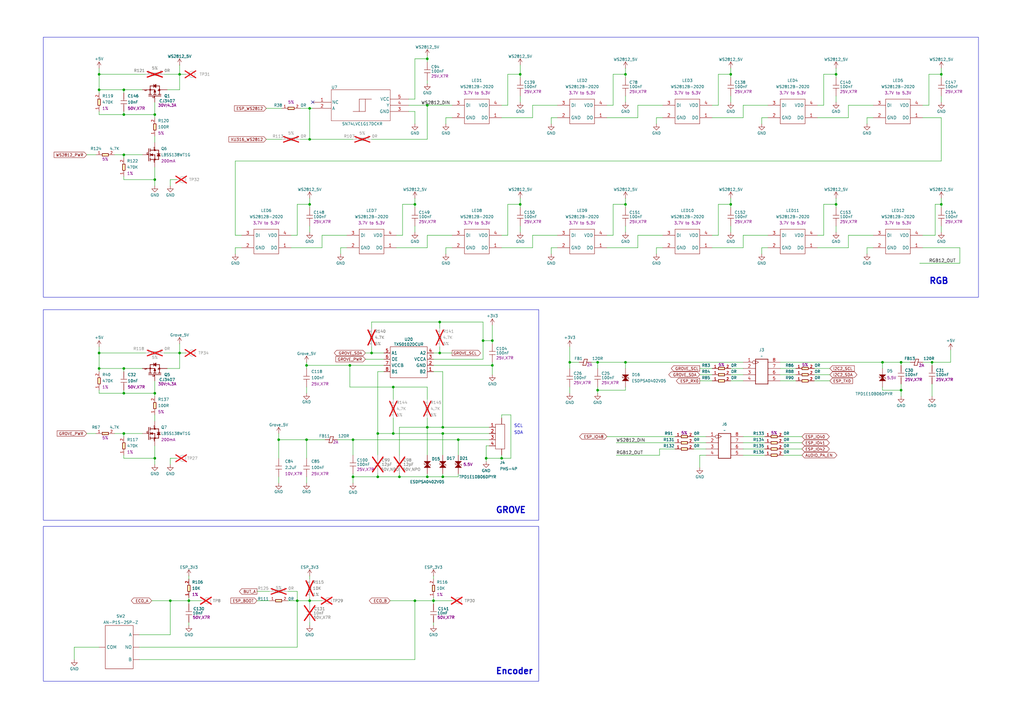
<source format=kicad_sch>
(kicad_sch (version 20250114) (generator "eeschema") (generator_version "9.0")
  (paper "A3")
  (title_block (comment 1 "Licensed under CERN-OHL-P v2"))
  (rectangle (start 17.78 15.24) (end 401.32 121.92))
  (rectangle (start 17.78 127) (end 220.98 213.36))
  (rectangle (start 17.78 215.9) (end 220.98 279.4))
  (text "Encoder" (at 203.2 276.86 0) (effects (font (size 2.5 2.5) (thickness 0.5) (bold yes)) (justify left bottom)))
  (text "SCL" (at 210.82 175.514 0) (effects (font (size 1.27 1.27)) (justify left bottom)))
  (text "SDA" (at 210.82 178.308 0) (effects (font (size 1.27 1.27)) (justify left bottom)))
  (text "GROVE" (at 203.2 210.82 0) (effects (font (size 2.5 2.5) (thickness 0.5) (bold yes)) (justify left bottom)))
  (text "RGB" (at 381 116.84 0) (effects (font (size 2.5 2.5) (thickness 0.5) (bold yes)) (justify left bottom)))
  (junction (at 342.9 30.48))
  (junction (at 143.51 149.86))
  (junction (at 175.26 43.18))
  (junction (at 73.66 144.78))
  (junction (at 386.08 30.48))
  (junction (at 50.8 177.8))
  (junction (at 125.73 149.86))
  (junction (at 154.94 195.58))
  (junction (at 199.39 187.96))
  (junction (at 181.61 175.26))
  (junction (at 256.54 83.82))
  (junction (at 369.57 160.02))
  (junction (at 40.64 151.13))
  (junction (at 175.26 24.13))
  (junction (at 361.95 148.59))
  (junction (at 63.5 161.29))
  (junction (at 40.64 144.78))
  (junction (at 198.12 139.7))
  (junction (at 213.36 83.82))
  (junction (at 50.8 151.13))
  (junction (at 180.34 144.78))
  (junction (at 233.68 148.59))
  (junction (at 127 83.82))
  (junction (at 63.5 46.99))
  (junction (at 50.8 63.5))
  (junction (at 386.08 83.82))
  (junction (at 299.72 83.82))
  (junction (at 245.11 160.02))
  (junction (at 205.74 187.96))
  (junction (at 256.54 148.59))
  (junction (at 114.3 180.34))
  (junction (at 121.92 246.38))
  (junction (at 125.73 180.34))
  (junction (at 40.64 36.83))
  (junction (at 175.26 195.58))
  (junction (at 342.9 83.82))
  (junction (at 152.4 144.78))
  (junction (at 181.61 177.8))
  (junction (at 144.78 180.34))
  (junction (at 50.8 36.83))
  (junction (at 245.11 148.59))
  (junction (at 161.29 158.75))
  (junction (at 369.57 148.59))
  (junction (at 73.66 30.48))
  (junction (at 177.8 246.38))
  (junction (at 170.18 83.82))
  (junction (at 127 57.15))
  (junction (at 40.64 30.48))
  (junction (at 154.94 177.8))
  (junction (at 144.78 195.58))
  (junction (at 299.72 30.48))
  (junction (at 127 246.38))
  (junction (at 161.29 177.8))
  (junction (at 50.8 161.29))
  (junction (at 69.85 246.38))
  (junction (at 170.18 246.38))
  (junction (at 201.93 139.7))
  (junction (at 127 44.45))
  (junction (at 256.54 30.48))
  (junction (at 175.26 175.26))
  (junction (at 63.5 73.66))
  (junction (at 213.36 30.48))
  (junction (at 77.47 246.38))
  (junction (at 382.27 148.59))
  (junction (at 50.8 46.99))
  (junction (at 63.5 187.96))
  (junction (at 163.83 195.58))
  (junction (at 180.34 132.08))
  (junction (at 181.61 195.58))
  (junction (at 187.96 180.34))
  (junction (at 201.93 149.86))
  (no_connect (at 128.27 41.91))
  (wire (pts (xy 270.51 186.69) (xy 270.51 184.15)))
  (wire (pts (xy 299.72 39.37) (xy 299.72 41.91)))
  (wire (pts (xy 393.7 101.6) (xy 393.7 107.95)))
  (wire (pts (xy 163.83 175.26) (xy 163.83 186.69)))
  (wire (pts (xy 114.3 187.96) (xy 114.3 180.34)))
  (wire (pts (xy 205.74 171.45) (xy 205.74 170.18)))
  (wire (pts (xy 127 44.45) (xy 127 57.15)))
  (wire (pts (xy 198.12 147.32) (xy 198.12 139.7)))
  (wire (pts (xy 292.1 43.18) (xy 294.64 43.18)))
  (wire (pts (xy 256.54 92.71) (xy 256.54 95.25)))
  (wire (pts (xy 233.68 158.75) (xy 233.68 161.29)))
  (wire (pts (xy 328.93 186.69) (xy 321.31 186.69)))
  (wire (pts (xy 205.74 186.69) (xy 205.74 187.96)))
  (wire (pts (xy 245.11 160.02) (xy 245.11 161.29)))
  (wire (pts (xy 304.8 96.52) (xy 314.96 96.52)))
  (wire (pts (xy 245.11 148.59) (xy 245.11 151.13)))
  (wire (pts (xy 121.92 265.43) (xy 121.92 246.38)))
  (wire (pts (xy 30.48 270.51) (xy 30.48 265.43)))
  (wire (pts (xy 292.1 153.67) (xy 287.02 153.67)))
  (wire (pts (xy 50.8 161.29) (xy 63.5 161.29)))
  (wire (pts (xy 199.39 182.88) (xy 199.39 187.96)))
  (wire (pts (xy 245.11 158.75) (xy 245.11 160.02)))
  (wire (pts (xy 369.57 148.59) (xy 369.57 149.86)))
  (wire (pts (xy 161.29 158.75) (xy 175.26 158.75)))
  (wire (pts (xy 181.61 175.26) (xy 175.26 175.26)))
  (wire (pts (xy 127 246.38) (xy 132.08 246.38)))
  (wire (pts (xy 77.47 245.11) (xy 77.47 246.38)))
  (wire (pts (xy 177.8 246.38) (xy 177.8 247.65)))
  (wire (pts (xy 73.66 151.13) (xy 68.58 151.13)))
  (wire (pts (xy 175.26 194.31) (xy 175.26 195.58)))
  (wire (pts (xy 162.56 96.52) (xy 165.1 96.52)))
  (wire (pts (xy 242.57 148.59) (xy 245.11 148.59)))
  (wire (pts (xy 361.95 158.75) (xy 361.95 160.02)))
  (wire (pts (xy 342.9 92.71) (xy 342.9 95.25)))
  (wire (pts (xy 50.8 73.66) (xy 63.5 73.66)))
  (wire (pts (xy 139.7 101.6) (xy 142.24 101.6)))
  (wire (pts (xy 127 246.38) (xy 127 247.65)))
  (wire (pts (xy 342.9 81.28) (xy 342.9 83.82)))
  (wire (pts (xy 114.3 195.58) (xy 114.3 198.12)))
  (wire (pts (xy 218.44 43.18) (xy 228.6 43.18)))
  (wire (pts (xy 299.72 81.28) (xy 299.72 83.82)))
  (wire (pts (xy 180.34 132.08) (xy 180.34 134.62)))
  (wire (pts (xy 292.1 48.26) (xy 304.8 48.26)))
  (wire (pts (xy 321.31 179.07) (xy 328.93 179.07)))
  (wire (pts (xy 199.39 187.96) (xy 199.39 189.23)))
  (wire (pts (xy 361.95 160.02) (xy 369.57 160.02)))
  (wire (pts (xy 328.93 184.15) (xy 321.31 184.15)))
  (wire (pts (xy 50.8 177.8) (xy 58.42 177.8)))
  (wire (pts (xy 170.18 92.71) (xy 170.18 95.25)))
  (wire (pts (xy 361.95 148.59) (xy 361.95 151.13)))
  (wire (pts (xy 213.36 39.37) (xy 213.36 41.91)))
  (wire (pts (xy 62.23 246.38) (xy 69.85 246.38)))
  (wire (pts (xy 175.26 33.02) (xy 175.26 34.29)))
  (wire (pts (xy 77.47 246.38) (xy 82.55 246.38)))
  (wire (pts (xy 175.26 163.83) (xy 175.26 158.75)))
  (wire (pts (xy 205.74 101.6) (xy 218.44 101.6)))
  (wire (pts (xy 299.72 156.21) (xy 304.8 156.21)))
  (wire (pts (xy 347.98 48.26) (xy 347.98 43.18)))
  (wire (pts (xy 386.08 39.37) (xy 386.08 41.91)))
  (wire (pts (xy 154.94 194.31) (xy 154.94 195.58)))
  (wire (pts (xy 213.36 81.28) (xy 213.36 83.82)))
  (wire (pts (xy 63.5 187.96) (xy 63.5 190.5)))
  (wire (pts (xy 57.15 265.43) (xy 121.92 265.43)))
  (wire (pts (xy 201.93 149.86) (xy 201.93 153.67)))
  (wire (pts (xy 123.19 57.15) (xy 127 57.15)))
  (wire (pts (xy 218.44 101.6) (xy 218.44 96.52)))
  (wire (pts (xy 154.94 177.8) (xy 154.94 186.69)))
  (wire (pts (xy 118.11 246.38) (xy 121.92 246.38)))
  (wire (pts (xy 182.88 104.14) (xy 182.88 101.6)))
  (wire (pts (xy 294.64 43.18) (xy 294.64 30.48)))
  (wire (pts (xy 127 44.45) (xy 128.27 44.45)))
  (wire (pts (xy 342.9 30.48) (xy 342.9 31.75)))
  (wire (pts (xy 121.92 246.38) (xy 127 246.38)))
  (wire (pts (xy 40.64 30.48) (xy 40.64 36.83)))
  (wire (pts (xy 320.04 148.59) (xy 361.95 148.59)))
  (wire (pts (xy 304.8 101.6) (xy 304.8 96.52)))
  (wire (pts (xy 213.36 92.71) (xy 213.36 95.25)))
  (wire (pts (xy 248.92 96.52) (xy 251.46 96.52)))
  (wire (pts (xy 121.92 246.38) (xy 121.92 242.57)))
  (wire (pts (xy 149.86 147.32) (xy 157.48 147.32)))
  (wire (pts (xy 208.28 43.18) (xy 208.28 30.48)))
  (wire (pts (xy 284.48 181.61) (xy 289.56 181.61)))
  (wire (pts (xy 138.43 180.34) (xy 144.78 180.34)))
  (wire (pts (xy 73.66 30.48) (xy 73.66 36.83)))
  (wire (pts (xy 335.28 96.52) (xy 337.82 96.52)))
  (wire (pts (xy 287.02 186.69) (xy 289.56 186.69)))
  (wire (pts (xy 213.36 30.48) (xy 213.36 31.75)))
  (wire (pts (xy 165.1 83.82) (xy 170.18 83.82)))
  (wire (pts (xy 175.26 101.6) (xy 175.26 96.52)))
  (wire (pts (xy 335.28 48.26) (xy 347.98 48.26)))
  (wire (pts (xy 340.36 156.21) (xy 334.01 156.21)))
  (wire (pts (xy 383.54 83.82) (xy 386.08 83.82)))
  (wire (pts (xy 73.66 26.67) (xy 73.66 30.48)))
  (wire (pts (xy 162.56 101.6) (xy 175.26 101.6)))
  (wire (pts (xy 114.3 177.8) (xy 114.3 180.34)))
  (wire (pts (xy 177.8 246.38) (xy 185.42 246.38)))
  (wire (pts (xy 389.89 143.51) (xy 389.89 148.59)))
  (wire (pts (xy 205.74 43.18) (xy 208.28 43.18)))
  (wire (pts (xy 177.8 144.78) (xy 180.34 144.78)))
  (wire (pts (xy 40.64 161.29) (xy 50.8 161.29)))
  (wire (pts (xy 337.82 30.48) (xy 342.9 30.48)))
  (wire (pts (xy 187.96 194.31) (xy 187.96 195.58)))
  (wire (pts (xy 355.6 104.14) (xy 355.6 101.6)))
  (wire (pts (xy 127 245.11) (xy 127 246.38)))
  (wire (pts (xy 292.1 151.13) (xy 287.02 151.13)))
  (wire (pts (xy 208.28 30.48) (xy 213.36 30.48)))
  (wire (pts (xy 40.64 144.78) (xy 40.64 151.13)))
  (wire (pts (xy 96.52 101.6) (xy 99.06 101.6)))
  (wire (pts (xy 63.5 170.18) (xy 63.5 172.72)))
  (wire (pts (xy 382.27 148.59) (xy 378.46 148.59)))
  (wire (pts (xy 261.62 96.52) (xy 271.78 96.52)))
  (wire (pts (xy 299.72 151.13) (xy 304.8 151.13)))
  (wire (pts (xy 256.54 39.37) (xy 256.54 41.91)))
  (wire (pts (xy 294.64 96.52) (xy 294.64 83.82)))
  (wire (pts (xy 347.98 101.6) (xy 347.98 96.52)))
  (wire (pts (xy 198.12 139.7) (xy 201.93 139.7)))
  (wire (pts (xy 175.26 22.86) (xy 175.26 24.13)))
  (wire (pts (xy 182.88 101.6) (xy 185.42 101.6)))
  (wire (pts (xy 125.73 195.58) (xy 125.73 198.12)))
  (wire (pts (xy 256.54 30.48) (xy 256.54 31.75)))
  (wire (pts (xy 170.18 270.51) (xy 170.18 246.38)))
  (wire (pts (xy 40.64 36.83) (xy 40.64 38.1)))
  (wire (pts (xy 152.4 57.15) (xy 175.26 57.15)))
  (wire (pts (xy 181.61 152.4) (xy 181.61 175.26)))
  (wire (pts (xy 201.93 133.35) (xy 201.93 139.7)))
  (wire (pts (xy 269.24 101.6) (xy 271.78 101.6)))
  (wire (pts (xy 121.92 96.52) (xy 121.92 83.82)))
  (wire (pts (xy 205.74 170.18) (xy 209.55 170.18)))
  (wire (pts (xy 144.78 194.31) (xy 144.78 195.58)))
  (wire (pts (xy 205.74 48.26) (xy 218.44 48.26)))
  (wire (pts (xy 292.1 96.52) (xy 294.64 96.52)))
  (wire (pts (xy 292.1 101.6) (xy 304.8 101.6)))
  (wire (pts (xy 382.27 148.59) (xy 382.27 149.86)))
  (wire (pts (xy 121.92 83.82) (xy 127 83.82)))
  (wire (pts (xy 143.51 158.75) (xy 143.51 149.86)))
  (wire (pts (xy 386.08 27.94) (xy 386.08 30.48)))
  (wire (pts (xy 143.51 158.75) (xy 161.29 158.75)))
  (wire (pts (xy 96.52 96.52) (xy 99.06 96.52)))
  (wire (pts (xy 40.64 46.99) (xy 50.8 46.99)))
  (wire (pts (xy 167.64 40.64) (xy 170.18 40.64)))
  (wire (pts (xy 170.18 50.8) (xy 170.18 45.72)))
  (wire (pts (xy 251.46 83.82) (xy 256.54 83.82)))
  (wire (pts (xy 50.8 187.96) (xy 63.5 187.96)))
  (wire (pts (xy 63.5 41.91) (xy 63.5 46.99)))
  (wire (pts (xy 181.61 186.69) (xy 181.61 177.8)))
  (wire (pts (xy 119.38 101.6) (xy 132.08 101.6)))
  (wire (pts (xy 123.19 44.45) (xy 127 44.45)))
  (wire (pts (xy 312.42 48.26) (xy 314.96 48.26)))
  (wire (pts (xy 177.8 149.86) (xy 201.93 149.86)))
  (wire (pts (xy 389.89 148.59) (xy 382.27 148.59)))
  (wire (pts (xy 337.82 96.52) (xy 337.82 83.82)))
  (wire (pts (xy 152.4 142.24) (xy 152.4 144.78)))
  (wire (pts (xy 261.62 43.18) (xy 271.78 43.18)))
  (wire (pts (xy 161.29 171.45) (xy 161.29 177.8)))
  (wire (pts (xy 143.51 149.86) (xy 157.48 149.86)))
  (wire (pts (xy 154.94 152.4) (xy 154.94 177.8)))
  (wire (pts (xy 205.74 96.52) (xy 208.28 96.52)))
  (wire (pts (xy 209.55 170.18) (xy 209.55 187.96)))
  (wire (pts (xy 163.83 195.58) (xy 154.94 195.58)))
  (wire (pts (xy 40.64 142.24) (xy 40.64 144.78)))
  (wire (pts (xy 180.34 142.24) (xy 180.34 144.78)))
  (wire (pts (xy 125.73 148.59) (xy 125.73 149.86)))
  (wire (pts (xy 213.36 26.67) (xy 213.36 30.48)))
  (wire (pts (xy 299.72 27.94) (xy 299.72 30.48)))
  (wire (pts (xy 245.11 148.59) (xy 256.54 148.59)))
  (wire (pts (xy 73.66 144.78) (xy 73.66 151.13)))
  (wire (pts (xy 170.18 40.64) (xy 170.18 24.13)))
  (wire (pts (xy 201.93 139.7) (xy 201.93 140.97)))
  (wire (pts (xy 386.08 30.48) (xy 386.08 31.75)))
  (wire (pts (xy 201.93 148.59) (xy 201.93 149.86)))
  (wire (pts (xy 321.31 181.61) (xy 328.93 181.61)))
  (wire (pts (xy 127 83.82) (xy 127 85.09)))
  (wire (pts (xy 182.88 50.8) (xy 182.88 48.26)))
  (wire (pts (xy 248.92 43.18) (xy 251.46 43.18)))
  (wire (pts (xy 144.78 180.34) (xy 187.96 180.34)))
  (wire (pts (xy 304.8 48.26) (xy 304.8 43.18)))
  (wire (pts (xy 382.27 157.48) (xy 382.27 162.56)))
  (wire (pts (xy 386.08 81.28) (xy 386.08 83.82)))
  (wire (pts (xy 294.64 30.48) (xy 299.72 30.48)))
  (wire (pts (xy 109.22 44.45) (xy 115.57 44.45)))
  (wire (pts (xy 199.39 187.96) (xy 205.74 187.96)))
  (wire (pts (xy 187.96 195.58) (xy 181.61 195.58)))
  (wire (pts (xy 161.29 177.8) (xy 181.61 177.8)))
  (wire (pts (xy 187.96 180.34) (xy 187.96 186.69)))
  (wire (pts (xy 50.8 45.72) (xy 50.8 46.99)))
  (wire (pts (xy 213.36 83.82) (xy 213.36 85.09)))
  (wire (pts (xy 226.06 101.6) (xy 228.6 101.6)))
  (wire (pts (xy 369.57 160.02) (xy 369.57 162.56)))
  (wire (pts (xy 132.08 101.6) (xy 132.08 96.52)))
  (wire (pts (xy 313.69 184.15) (xy 304.8 184.15)))
  (wire (pts (xy 261.62 101.6) (xy 261.62 96.52)))
  (wire (pts (xy 77.47 255.27) (xy 77.47 256.54)))
  (wire (pts (xy 50.8 72.39) (xy 50.8 73.66)))
  (wire (pts (xy 256.54 158.75) (xy 256.54 160.02)))
  (wire (pts (xy 337.82 83.82) (xy 342.9 83.82)))
  (wire (pts (xy 181.61 195.58) (xy 175.26 195.58)))
  (wire (pts (xy 342.9 27.94) (xy 342.9 30.48)))
  (wire (pts (xy 256.54 83.82) (xy 256.54 85.09)))
  (wire (pts (xy 181.61 177.8) (xy 200.66 177.8)))
  (wire (pts (xy 144.78 195.58) (xy 144.78 198.12)))
  (wire (pts (xy 248.92 179.07) (xy 276.86 179.07)))
  (wire (pts (xy 361.95 148.59) (xy 369.57 148.59)))
  (wire (pts (xy 251.46 43.18) (xy 251.46 30.48)))
  (wire (pts (xy 342.9 39.37) (xy 342.9 41.91)))
  (wire (pts (xy 299.72 92.71) (xy 299.72 95.25)))
  (wire (pts (xy 50.8 36.83) (xy 50.8 38.1)))
  (wire (pts (xy 96.52 66.04) (xy 96.52 96.52)))
  (wire (pts (xy 40.64 160.02) (xy 40.64 161.29)))
  (wire (pts (xy 63.5 182.88) (xy 63.5 187.96)))
  (wire (pts (xy 180.34 144.78) (xy 185.42 144.78)))
  (wire (pts (xy 175.26 171.45) (xy 175.26 175.26)))
  (wire (pts (xy 377.19 107.95) (xy 393.7 107.95)))
  (wire (pts (xy 40.64 27.94) (xy 40.64 30.48)))
  (wire (pts (xy 163.83 195.58) (xy 175.26 195.58)))
  (wire (pts (xy 175.26 24.13) (xy 175.26 25.4)))
  (wire (pts (xy 294.64 83.82) (xy 299.72 83.82)))
  (wire (pts (xy 180.34 132.08) (xy 198.12 132.08)))
  (wire (pts (xy 226.06 50.8) (xy 226.06 48.26)))
  (wire (pts (xy 342.9 83.82) (xy 342.9 85.09)))
  (wire (pts (xy 181.61 194.31) (xy 181.61 195.58)))
  (wire (pts (xy 69.85 190.5) (xy 69.85 187.96)))
  (wire (pts (xy 40.64 30.48) (xy 59.69 30.48)))
  (wire (pts (xy 127 92.71) (xy 127 95.25)))
  (wire (pts (xy 63.5 46.99) (xy 63.5 48.26)))
  (wire (pts (xy 30.48 265.43) (xy 40.64 265.43)))
  (wire (pts (xy 347.98 96.52) (xy 358.14 96.52)))
  (wire (pts (xy 378.46 43.18) (xy 381 43.18)))
  (wire (pts (xy 340.36 153.67) (xy 334.01 153.67)))
  (wire (pts (xy 337.82 43.18) (xy 337.82 30.48)))
  (wire (pts (xy 161.29 163.83) (xy 161.29 158.75)))
  (wire (pts (xy 378.46 48.26) (xy 386.08 48.26)))
  (wire (pts (xy 326.39 156.21) (xy 320.04 156.21)))
  (wire (pts (xy 175.26 175.26) (xy 175.26 186.69)))
  (wire (pts (xy 175.26 43.18) (xy 185.42 43.18)))
  (wire (pts (xy 50.8 186.69) (xy 50.8 187.96)))
  (wire (pts (xy 73.66 144.78) (xy 76.2 144.78)))
  (wire (pts (xy 50.8 160.02) (xy 50.8 161.29)))
  (wire (pts (xy 40.64 36.83) (xy 50.8 36.83)))
  (wire (pts (xy 284.48 184.15) (xy 289.56 184.15)))
  (wire (pts (xy 170.18 81.28) (xy 170.18 83.82)))
  (wire (pts (xy 381 30.48) (xy 386.08 30.48)))
  (wire (pts (xy 63.5 161.29) (xy 63.5 162.56)))
  (wire (pts (xy 57.15 270.51) (xy 170.18 270.51)))
  (wire (pts (xy 163.83 194.31) (xy 163.83 195.58)))
  (wire (pts (xy 50.8 63.5) (xy 50.8 64.77)))
  (wire (pts (xy 248.92 48.26) (xy 261.62 48.26)))
  (wire (pts (xy 152.4 132.08) (xy 180.34 132.08)))
  (wire (pts (xy 67.31 144.78) (xy 73.66 144.78)))
  (wire (pts (xy 167.64 43.18) (xy 175.26 43.18)))
  (wire (pts (xy 269.24 48.26) (xy 271.78 48.26)))
  (wire (pts (xy 304.8 43.18) (xy 314.96 43.18)))
  (wire (pts (xy 109.22 57.15) (xy 115.57 57.15)))
  (wire (pts (xy 50.8 177.8) (xy 50.8 179.07)))
  (wire (pts (xy 299.72 83.82) (xy 299.72 85.09)))
  (wire (pts (xy 381 43.18) (xy 381 30.48)))
  (wire (pts (xy 335.28 43.18) (xy 337.82 43.18)))
  (wire (pts (xy 96.52 104.14) (xy 96.52 101.6)))
  (wire (pts (xy 287.02 191.77) (xy 287.02 186.69)))
  (wire (pts (xy 355.6 101.6) (xy 358.14 101.6)))
  (wire (pts (xy 57.15 260.35) (xy 69.85 260.35)))
  (wire (pts (xy 160.02 246.38) (xy 170.18 246.38)))
  (wire (pts (xy 226.06 48.26) (xy 228.6 48.26)))
  (wire (pts (xy 312.42 104.14) (xy 312.42 101.6)))
  (wire (pts (xy 256.54 160.02) (xy 245.11 160.02)))
  (wire (pts (xy 40.64 151.13) (xy 40.64 152.4)))
  (wire (pts (xy 127 236.22) (xy 127 237.49)))
  (wire (pts (xy 313.69 181.61) (xy 304.8 181.61)))
  (wire (pts (xy 386.08 48.26) (xy 386.08 66.04)))
  (wire (pts (xy 105.41 246.38) (xy 110.49 246.38)))
  (wire (pts (xy 299.72 30.48) (xy 299.72 31.75)))
  (wire (pts (xy 205.74 187.96) (xy 209.55 187.96)))
  (wire (pts (xy 127 255.27) (xy 127 256.54)))
  (wire (pts (xy 170.18 246.38) (xy 177.8 246.38)))
  (wire (pts (xy 170.18 24.13) (xy 175.26 24.13)))
  (wire (pts (xy 270.51 184.15) (xy 276.86 184.15)))
  (wire (pts (xy 355.6 50.8) (xy 355.6 48.26)))
  (wire (pts (xy 69.85 73.66) (xy 72.39 73.66)))
  (wire (pts (xy 313.69 179.07) (xy 304.8 179.07)))
  (wire (pts (xy 292.1 156.21) (xy 287.02 156.21)))
  (wire (pts (xy 63.5 156.21) (xy 63.5 161.29)))
  (wire (pts (xy 299.72 153.67) (xy 304.8 153.67)))
  (wire (pts (xy 177.8 236.22) (xy 177.8 237.49)))
  (wire (pts (xy 69.85 187.96) (xy 72.39 187.96)))
  (wire (pts (xy 63.5 68.58) (xy 63.5 73.66)))
  (wire (pts (xy 335.28 101.6) (xy 347.98 101.6)))
  (wire (pts (xy 256.54 27.94) (xy 256.54 30.48)))
  (wire (pts (xy 132.08 96.52) (xy 142.24 96.52)))
  (wire (pts (xy 251.46 96.52) (xy 251.46 83.82)))
  (wire (pts (xy 35.56 63.5) (xy 39.37 63.5)))
  (wire (pts (xy 127 81.28) (xy 127 83.82)))
  (wire (pts (xy 326.39 153.67) (xy 320.04 153.67)))
  (wire (pts (xy 144.78 57.15) (xy 127 57.15)))
  (wire (pts (xy 252.73 186.69) (xy 270.51 186.69)))
  (wire (pts (xy 67.31 30.48) (xy 73.66 30.48)))
  (wire (pts (xy 233.68 148.59) (xy 237.49 148.59)))
  (wire (pts (xy 125.73 187.96) (xy 125.73 180.34)))
  (wire (pts (xy 347.98 43.18) (xy 358.14 43.18)))
  (wire (pts (xy 50.8 151.13) (xy 50.8 152.4)))
  (wire (pts (xy 163.83 175.26) (xy 175.26 175.26)))
  (wire (pts (xy 386.08 83.82) (xy 386.08 85.09)))
  (wire (pts (xy 326.39 151.13) (xy 320.04 151.13)))
  (wire (pts (xy 40.64 45.72) (xy 40.64 46.99)))
  (wire (pts (xy 369.57 157.48) (xy 369.57 160.02)))
  (wire (pts (xy 355.6 48.26) (xy 358.14 48.26)))
  (wire (pts (xy 386.08 92.71) (xy 386.08 95.25)))
  (wire (pts (xy 63.5 73.66) (xy 63.5 76.2)))
  (wire (pts (xy 77.47 246.38) (xy 77.47 247.65)))
  (wire (pts (xy 35.56 177.8) (xy 39.37 177.8)))
  (wire (pts (xy 378.46 96.52) (xy 383.54 96.52)))
  (wire (pts (xy 177.8 255.27) (xy 177.8 256.54)))
  (wire (pts (xy 73.66 36.83) (xy 68.58 36.83)))
  (wire (pts (xy 218.44 96.52) (xy 228.6 96.52)))
  (wire (pts (xy 218.44 48.26) (xy 218.44 43.18)))
  (wire (pts (xy 175.26 96.52) (xy 185.42 96.52)))
  (wire (pts (xy 208.28 83.82) (xy 213.36 83.82)))
  (wire (pts (xy 378.46 101.6) (xy 393.7 101.6)))
  (wire (pts (xy 50.8 151.13) (xy 58.42 151.13)))
  (wire (pts (xy 50.8 46.99) (xy 63.5 46.99)))
  (wire (pts (xy 144.78 180.34) (xy 144.78 186.69)))
  (wire (pts (xy 256.54 81.28) (xy 256.54 83.82)))
  (wire (pts (xy 170.18 83.82) (xy 170.18 85.09)))
  (wire (pts (xy 383.54 96.52) (xy 383.54 83.82)))
  (wire (pts (xy 105.41 242.57) (xy 110.49 242.57)))
  (wire (pts (xy 50.8 36.83) (xy 58.42 36.83)))
  (wire (pts (xy 175.26 57.15) (xy 175.26 43.18)))
  (wire (pts (xy 125.73 149.86) (xy 143.51 149.86)))
  (wire (pts (xy 154.94 195.58) (xy 144.78 195.58)))
  (wire (pts (xy 114.3 180.34) (xy 125.73 180.34)))
  (wire (pts (xy 63.5 55.88) (xy 63.5 58.42)))
  (wire (pts (xy 233.68 142.24) (xy 233.68 148.59)))
  (wire (pts (xy 73.66 140.97) (xy 73.66 144.78)))
  (wire (pts (xy 200.66 182.88) (xy 199.39 182.88)))
  (wire (pts (xy 252.73 181.61) (xy 276.86 181.61)))
  (wire (pts (xy 269.24 104.14) (xy 269.24 101.6)))
  (wire (pts (xy 256.54 148.59) (xy 304.8 148.59)))
  (wire (pts (xy 177.8 147.32) (xy 198.12 147.32)))
  (wire (pts (xy 170.18 45.72) (xy 167.64 45.72)))
  (wire (pts (xy 208.28 96.52) (xy 208.28 83.82)))
  (wire (pts (xy 46.99 177.8) (xy 50.8 177.8)))
  (wire (pts (xy 118.11 242.57) (xy 121.92 242.57)))
  (wire (pts (xy 312.42 50.8) (xy 312.42 48.26)))
  (wire (pts (xy 154.94 177.8) (xy 161.29 177.8)))
  (wire (pts (xy 77.47 236.22) (xy 77.47 237.49)))
  (wire (pts (xy 181.61 175.26) (xy 200.66 175.26)))
  (wire (pts (xy 177.8 152.4) (xy 181.61 152.4)))
  (wire (pts (xy 233.68 148.59) (xy 233.68 151.13)))
  (wire (pts (xy 251.46 30.48) (xy 256.54 30.48)))
  (wire (pts (xy 125.73 149.86) (xy 125.73 151.13)))
  (wire (pts (xy 226.06 104.14) (xy 226.06 101.6)))
  (wire (pts (xy 46.99 63.5) (xy 50.8 63.5)))
  (wire (pts (xy 157.48 152.4) (xy 154.94 152.4)))
  (wire (pts (xy 261.62 48.26) (xy 261.62 43.18)))
  (wire (pts (xy 73.66 30.48) (xy 76.2 30.48)))
  (wire (pts (xy 119.38 96.52) (xy 121.92 96.52)))
  (wire (pts (xy 182.88 48.26) (xy 185.42 48.26)))
  (wire (pts (xy 69.85 76.2) (xy 69.85 73.66)))
  (wire (pts (xy 198.12 132.08) (xy 198.12 139.7)))
  (wire (pts (xy 269.24 50.8) (xy 269.24 48.26)))
  (wire (pts (xy 69.85 246.38) (xy 77.47 246.38)))
  (wire (pts (xy 96.52 66.04) (xy 386.08 66.04)))
  (wire (pts (xy 69.85 260.35) (xy 69.85 246.38)))
  (wire (pts (xy 40.64 151.13) (xy 50.8 151.13)))
  (wire (pts (xy 340.36 151.13) (xy 334.01 151.13)))
  (wire (pts (xy 312.42 101.6) (xy 314.96 101.6)))
  (wire (pts (xy 165.1 96.52) (xy 165.1 83.82)))
  (wire (pts (xy 139.7 104.14) (xy 139.7 101.6)))
  (wire (pts (xy 40.64 144.78) (xy 59.69 144.78)))
  (wire (pts (xy 177.8 245.11) (xy 177.8 246.38)))
  (wire (pts (xy 187.96 180.34) (xy 200.66 180.34)))
  (wire (pts (xy 125.73 158.75) (xy 125.73 161.29)))
  (wire (pts (xy 256.54 148.59) (xy 256.54 151.13)))
  (wire (pts (xy 248.92 101.6) (xy 261.62 101.6)))
  (wire (pts (xy 149.86 144.78) (xy 152.4 144.78)))
  (wire (pts (xy 50.8 63.5) (xy 58.42 63.5)))
  (wire (pts (xy 125.73 180.34) (xy 133.35 180.34)))
  (wire (pts (xy 313.69 186.69) (xy 304.8 186.69)))
  (wire (pts (xy 152.4 134.62) (xy 152.4 132.08)))
  (wire (pts (xy 284.48 179.07) (xy 289.56 179.07)))
  (wire (pts (xy 152.4 144.78) (xy 157.48 144.78)))
  (wire (pts (xy 369.57 148.59) (xy 373.38 148.59)))
  (label "WS2812_DIN" (at 172.72 43.18 0))
  (label "WS2812_DIN" (at 252.73 181.61 0))
  (label "RGB12_OUT" (at 252.73 186.69 0))
  (label "RGB12_OUT" (at 381 107.95 0))
  (global_label "ESP_IO42" (shape bidirectional) (at 328.93 184.15 0) (effects (font (size 1.143 1.143))) (property "Intersheetrefs" "${INTERSHEET_REFS}" (effects (hide yes))))
  (global_label "GROVE_SCL" (shape output) (at 287.02 151.13 180) (effects (font (size 1.143 1.143))) (property "Intersheetrefs" "${INTERSHEET_REFS}" (effects (hide yes))))
  (global_label "GROVE_PWR" (shape input) (at 149.86 147.32 180) (effects (font (size 1.143 1.143))) (property "Intersheetrefs" "${INTERSHEET_REFS}" (effects (hide yes))))
  (global_label "ESP_TX0" (shape input) (at 340.36 156.21 0) (effects (font (size 1.143 1.143))) (property "Intersheetrefs" "${INTERSHEET_REFS}" (effects (hide yes))))
  (global_label "I2C2_SCL" (shape input) (at 340.36 151.13 0) (effects (font (size 1.143 1.143))) (property "Intersheetrefs" "${INTERSHEET_REFS}" (effects (hide yes))))
  (global_label "ESP_IO48" (shape bidirectional) (at 248.92 179.07 180) (effects (font (size 1.143 1.143))) (property "Intersheetrefs" "${INTERSHEET_REFS}" (effects (hide yes))))
  (global_label "GROVE_SDA" (shape bidirectional) (at 287.02 153.67 180) (effects (font (size 1.143 1.143))) (property "Intersheetrefs" "${INTERSHEET_REFS}" (effects (hide yes))))
  (global_label "ESP_RX0" (shape output) (at 287.02 156.21 180) (effects (font (size 1.143 1.143))) (property "Intersheetrefs" "${INTERSHEET_REFS}" (effects (hide yes))))
  (global_label "ESP_IO40" (shape bidirectional) (at 328.93 179.07 0) (effects (font (size 1.143 1.143))) (property "Intersheetrefs" "${INTERSHEET_REFS}" (effects (hide yes))))
  (global_label "ESP_IO41" (shape bidirectional) (at 328.93 181.61 0) (effects (font (size 1.143 1.143))) (property "Intersheetrefs" "${INTERSHEET_REFS}" (effects (hide yes))))
  (global_label "ESP_WS2812" (shape input) (at 109.22 44.45 180) (effects (font (size 1.143 1.143))) (property "Intersheetrefs" "${INTERSHEET_REFS}" (effects (hide yes))))
  (global_label "GROVE_PWR" (shape input) (at 35.56 177.8 180) (effects (font (size 1.143 1.143))) (property "Intersheetrefs" "${INTERSHEET_REFS}" (effects (hide yes))))
  (global_label "ECO_B" (shape bidirectional) (at 160.02 246.38 180) (effects (font (size 1.143 1.143))) (property "Intersheetrefs" "${INTERSHEET_REFS}" (effects (hide yes))))
  (global_label "XU316_WS2812" (shape input) (at 109.22 57.15 180) (effects (font (size 1.143 1.143))) (property "Intersheetrefs" "${INTERSHEET_REFS}" (effects (hide yes))))
  (global_label "AUDIO_PA_EN" (shape bidirectional) (at 328.93 186.69 0) (effects (font (size 1.143 1.143))) (property "Intersheetrefs" "${INTERSHEET_REFS}" (effects (hide yes))))
  (global_label "GROVE_SDA" (shape bidirectional) (at 149.86 144.78 180) (effects (font (size 1.143 1.143))) (property "Intersheetrefs" "${INTERSHEET_REFS}" (effects (hide yes))))
  (global_label "ESP_BOOT" (shape input) (at 105.41 246.38 180) (effects (font (size 1.143 1.143))) (property "Intersheetrefs" "${INTERSHEET_REFS}" (effects (hide yes))))
  (global_label "WS2812_PWR" (shape input) (at 35.56 63.5 180) (effects (font (size 1.143 1.143))) (property "Intersheetrefs" "${INTERSHEET_REFS}" (effects (hide yes))))
  (global_label "I2C2_SDA" (shape bidirectional) (at 340.36 153.67 0) (effects (font (size 1.143 1.143))) (property "Intersheetrefs" "${INTERSHEET_REFS}" (effects (hide yes))))
  (global_label "GROVE_SCL" (shape output) (at 185.42 144.78 0) (effects (font (size 1.143 1.143))) (property "Intersheetrefs" "${INTERSHEET_REFS}" (effects (hide yes))))
  (global_label "BUT_A" (shape output) (at 105.41 242.57 180) (effects (font (size 1.143 1.143))) (property "Intersheetrefs" "${INTERSHEET_REFS}" (effects (hide yes))))
  (global_label "ECO_A" (shape bidirectional) (at 62.23 246.38 180) (effects (font (size 1.143 1.143))) (property "Intersheetrefs" "${INTERSHEET_REFS}" (effects (hide yes))))
  (symbol (lib_id "Seeed_libadl:Capacitors/302010024") (at 233.68 154.94 0) (unit 1)
    (property "Reference" "C26" (at 235.204 153.162 0) (effects (font (size 1.143 1.143)) (justify left)))
    (property "Value" "100nF" (at 235.204 154.94 0) (effects (font (size 1.143 1.143)) (justify left)))
    (property "Footprint" "Capacitor:C0402" (effects (hide yes)))
    (property "Description" "SMD CAP Ceramic 100nF-25V-10%-X7R;0402" (effects (hide yes)))
    (property "Manufacturer" "YAGEO" (effects (hide yes)))
    (property "MPN" "CC0402KRX7R8BB104" (effects (hide yes)))
    (property "SKU" "302010024" (effects (hide yes)))
    (property "Part Type" "Ceramic" (effects (hide yes)))
    (property "Voltage Rating" "25V,X7R" (at 235.204 156.972 0) (effects (font (size 1.143 1.143)) (justify left)))
    (property "Status" "BeagleBone Carrier Board" (effects (hide yes)))
    (property "Temperature" "-55°C to 125°C" (effects (hide yes)))
  )
  (symbol (lib_id "power:GND") (at 226.06 50.8 0) (unit 1)
    (property "Reference" "#PWR0146" (effects (hide yes)))
    (property "Value" "GND" (at 226.06 54.61 0) (effects (font (size 1.143 1.143))))
  )
  (symbol (lib_id "power:+5VA") (at 299.72 27.94 0) (unit 1)
    (property "Reference" "#PWR0252" (effects (hide yes)))
    (property "Value" "WS2812_5V" (at 299.72 24.384 0) (effects (font (size 1.143 1.143))))
    (property "Description" "Power symbol creates a global label with name \"+5VA\"" (effects (hide yes)))
  )
  (symbol (lib_id "Seeed_libadl:Capacitors/302010024") (at 170.18 88.9 0) (unit 1)
    (property "Reference" "C149" (at 171.704 87.122 0) (effects (font (size 1.143 1.143)) (justify left)))
    (property "Value" "100nF" (at 171.704 88.9 0) (effects (font (size 1.143 1.143)) (justify left)))
    (property "Footprint" "Capacitor:C0402" (effects (hide yes)))
    (property "Description" "SMD CAP Ceramic 100nF-25V-10%-X7R;0402" (effects (hide yes)))
    (property "Manufacturer" "YAGEO" (effects (hide yes)))
    (property "MPN" "CC0402KRX7R8BB104" (effects (hide yes)))
    (property "SKU" "302010024" (effects (hide yes)))
    (property "Part Type" "Ceramic" (effects (hide yes)))
    (property "Voltage Rating" "25V,X7R" (at 171.704 90.932 0) (effects (font (size 1.143 1.143)) (justify left)))
    (property "Status" "BeagleBone Carrier Board" (effects (hide yes)))
    (property "Temperature" "-55°C to 125°C" (effects (hide yes)))
  )
  (symbol (lib_id "Seeed_libadl:Capacitors/302010024") (at 299.72 88.9 0) (unit 1)
    (property "Reference" "C152" (at 301.244 87.122 0) (effects (font (size 1.143 1.143)) (justify left)))
    (property "Value" "100nF" (at 301.244 88.9 0) (effects (font (size 1.143 1.143)) (justify left)))
    (property "Footprint" "Capacitor:C0402" (effects (hide yes)))
    (property "Description" "SMD CAP Ceramic 100nF-25V-10%-X7R;0402" (effects (hide yes)))
    (property "Manufacturer" "YAGEO" (effects (hide yes)))
    (property "MPN" "CC0402KRX7R8BB104" (effects (hide yes)))
    (property "SKU" "302010024" (effects (hide yes)))
    (property "Part Type" "Ceramic" (effects (hide yes)))
    (property "Voltage Rating" "25V,X7R" (at 301.244 90.932 0) (effects (font (size 1.143 1.143)) (justify left)))
    (property "Status" "BeagleBone Carrier Board" (effects (hide yes)))
    (property "Temperature" "-55°C to 125°C" (effects (hide yes)))
  )
  (symbol (lib_id "power:GND") (at 233.68 161.29 0) (unit 1)
    (property "Reference" "#PWR0292" (effects (hide yes)))
    (property "Value" "GND" (at 233.68 165.1 0) (effects (font (size 1.143 1.143))))
  )
  (symbol (lib_id "power:GND") (at 382.27 162.56 0) (unit 1)
    (property "Reference" "#PWR0294" (effects (hide yes)))
    (property "Value" "GND" (at 382.27 166.37 0) (effects (font (size 1.143 1.143))))
  )
  (symbol (lib_id "Seeed_libadl:Capacitors/302010024") (at 342.9 88.9 0) (unit 1)
    (property "Reference" "C153" (at 344.424 87.122 0) (effects (font (size 1.143 1.143)) (justify left)))
    (property "Value" "100nF" (at 344.424 88.9 0) (effects (font (size 1.143 1.143)) (justify left)))
    (property "Footprint" "Capacitor:C0402" (effects (hide yes)))
    (property "Description" "SMD CAP Ceramic 100nF-25V-10%-X7R;0402" (effects (hide yes)))
    (property "Manufacturer" "YAGEO" (effects (hide yes)))
    (property "MPN" "CC0402KRX7R8BB104" (effects (hide yes)))
    (property "SKU" "302010024" (effects (hide yes)))
    (property "Part Type" "Ceramic" (effects (hide yes)))
    (property "Voltage Rating" "25V,X7R" (at 344.424 90.932 0) (effects (font (size 1.143 1.143)) (justify left)))
    (property "Status" "BeagleBone Carrier Board" (effects (hide yes)))
    (property "Temperature" "-55°C to 125°C" (effects (hide yes)))
  )
  (symbol (lib_id "Seeed_libadl:Capacitors/302010024") (at 213.36 35.56 0) (unit 1)
    (property "Reference" "C139" (at 214.884 33.782 0) (effects (font (size 1.143 1.143)) (justify left)))
    (property "Value" "100nF" (at 214.884 35.56 0) (effects (font (size 1.143 1.143)) (justify left)))
    (property "Footprint" "Capacitor:C0402" (effects (hide yes)))
    (property "Description" "SMD CAP Ceramic 100nF-25V-10%-X7R;0402" (effects (hide yes)))
    (property "Manufacturer" "YAGEO" (effects (hide yes)))
    (property "MPN" "CC0402KRX7R8BB104" (effects (hide yes)))
    (property "SKU" "302010024" (effects (hide yes)))
    (property "Part Type" "Ceramic" (effects (hide yes)))
    (property "Voltage Rating" "25V,X7R" (at 214.884 37.592 0) (effects (font (size 1.143 1.143)) (justify left)))
    (property "Status" "BeagleBone Carrier Board" (effects (hide yes)))
    (property "Temperature" "-55°C to 125°C" (effects (hide yes)))
  )
  (symbol (lib_id "Seeed_libadl:Resistors/301010000") (at 280.67 181.61 0) (unit 1)
    (property "Reference" "R131" (at 274.32 180.34 0) (effects (font (size 1.143 1.143))))
    (property "Value" "0R" (at 285.75 180.34 0) (effects (font (size 1.143 1.143))))
    (property "Footprint" "Resistor:R0402" (effects (hide yes)))
    (property "Description" "SMD RES 0R-5%-1/16W;0402" (effects (hide yes)))
    (property "Manufacturer" "YAGEO" (effects (hide yes)))
    (property "MPN" "RC0402JR-070RL" (effects (hide yes)))
    (property "SKU" "301010000" (effects (hide yes)))
    (property "Resistance" "0R" (effects (hide yes)))
    (property "Part Type" "RES" (effects (hide yes)))
    (property "Power Rating" "5%" (effects (hide yes)))
    (property "Status" "BeagleBone Carrier Board" (effects (hide yes)))
    (property "Temperature" "-55°C to 155°C" (effects (hide yes)))
  )
  (symbol (lib_id "power:GND") (at 256.54 41.91 0) (unit 1)
    (property "Reference" "#PWR0164" (effects (hide yes)))
    (property "Value" "GND" (at 256.54 45.72 0) (effects (font (size 1.143 1.143))))
  )
  (symbol (lib_id "reSpeaker:SN74LVC1G17DCKR") (at 148.59 43.18 0) (unit 1)
    (property "Reference" "U7" (at 137.16 35.814 0) (effects (font (size 1.143 1.143))))
    (property "Value" "SN74LVC1G17DCKR" (at 148.59 50.8 0) (effects (font (size 1.143 1.143))))
    (property "Footprint" "reSpeaker Library:SN74LVC1G17DCKR" (effects (hide yes)))
    (property "Datasheet" "SN74LVC1G17DCKR" (effects (hide yes)))
    (property "Description" "SMD IC Logic;Single Schmitt-Trigger Buffer-SC-70-5" (effects (hide yes)))
    (property "Manufacturer" "TI" (effects (hide yes)))
    (property "MPN" "SN74LVC1G17DCKR" (effects (hide yes)))
    (property "SKU" "310051133" (effects (hide yes)))
  )
  (symbol (lib_id "power:+3V3") (at 201.93 133.35 0) (unit 1)
    (property "Reference" "#PWR0303" (effects (hide yes)))
    (property "Value" "+3V3" (at 201.93 129.54 0) (effects (font (size 1.143 1.143))))
  )
  (symbol (lib_id "Seeed_libadl:Ferrite Bead/303030024") (at 135.89 180.34 0) (unit 1)
    (property "Reference" "FB11" (at 133.096 178.816 0) (effects (font (size 1.143 1.143))))
    (property "Value" "120R" (at 140.97 178.816 0) (effects (font (size 1.143 1.143))))
    (property "Footprint" "Inductor:L0603" (effects (hide yes)))
    (property "Description" "SMD Ferrite Bead;120R-2A;0603" (effects (hide yes)))
    (property "Manufacturer" "Murata" (effects (hide yes)))
    (property "MPN" "BLM18PG121SN1D" (effects (hide yes)))
    (property "SKU" "303030024" (effects (hide yes)))
    (property "Part Type" "Ferrite Bead" (effects (hide yes)))
    (property "Rating" "2A" (at 137.668 181.356 0) (effects (font (size 1.143 1.143))))
    (property "Status" "BeagleBone Carrier Board" (effects (hide yes)))
    (property "Temperature" "-55°C to 125°C" (effects (hide yes)))
  )
  (symbol (lib_id "Seeed_libdb:Diode/304050312") (at 361.95 154.94 90) (unit 1)
    (property "Reference" "D5" (at 363.728 152.146 90) (effects (font (size 1.143 1.143)) (justify right)))
    (property "Value" "TPD1E10B06DPYR" (at 350.774 161.544 90) (effects (font (size 1.143 1.143)) (justify right)))
    (property "Footprint" "Diode:ESD-0402" (effects (hide yes)))
    (property "Description" "SMD Diode ESD 5.5V-6V-12pF-30KV-30KV;X1SON(2)" (effects (hide yes)))
    (property "Manufacturer" "TI" (effects (hide yes)))
    (property "MPN" "TPD1E10B06DPYR" (effects (hide yes)))
    (property "SKU" "304050312" (effects (hide yes)))
    (property "Part Type" "ESD" (effects (hide yes)))
    (property "Rating" "5.5V" (at 363.728 154.94 90) (effects (font (size 1.143 1.143)) (justify right)))
    (property "Temperature" "-40°C to 125°C" (effects (hide yes)))
  )
  (symbol (lib_id "power:GND") (at 127 256.54 0) (unit 1)
    (property "Reference" "#PWR0193" (effects (hide yes)))
    (property "Value" "GND" (at 127 260.35 0) (effects (font (size 1.143 1.143))))
  )
  (symbol (lib_id "power:+5VA") (at 170.18 81.28 0) (unit 1)
    (property "Reference" "#PWR0269" (effects (hide yes)))
    (property "Value" "WS2812_5V" (at 170.18 77.724 0) (effects (font (size 1.143 1.143))))
    (property "Description" "Power symbol creates a global label with name \"+5VA\"" (effects (hide yes)))
  )
  (symbol (lib_id "Seeed_libadl:Capacitors/302010024") (at 342.9 35.56 0) (unit 1)
    (property "Reference" "C140" (at 344.424 33.782 0) (effects (font (size 1.143 1.143)) (justify left)))
    (property "Value" "100nF" (at 344.424 35.56 0) (effects (font (size 1.143 1.143)) (justify left)))
    (property "Footprint" "Capacitor:C0402" (effects (hide yes)))
    (property "Description" "SMD CAP Ceramic 100nF-25V-10%-X7R;0402" (effects (hide yes)))
    (property "Manufacturer" "YAGEO" (effects (hide yes)))
    (property "MPN" "CC0402KRX7R8BB104" (effects (hide yes)))
    (property "SKU" "302010024" (effects (hide yes)))
    (property "Part Type" "Ceramic" (effects (hide yes)))
    (property "Voltage Rating" "25V,X7R" (at 344.424 37.592 0) (effects (font (size 1.143 1.143)) (justify left)))
    (property "Status" "BeagleBone Carrier Board" (effects (hide yes)))
    (property "Temperature" "-55°C to 125°C" (effects (hide yes)))
  )
  (symbol (lib_id "Seeed_libdb:Capacitors/302010049") (at 154.94 190.5 0) (unit 1) (dnp yes)
    (property "Reference" "C99" (at 156.464 188.722 0) (effects (font (size 1.143 1.143)) (justify left)))
    (property "Value" "12pF" (at 156.464 190.5 0) (effects (font (size 1.143 1.143)) (justify left)))
    (property "Footprint" "Capacitor:C0402" (effects (hide yes)))
    (property "Description" "SMD CAP Ceramic 12pF-50V-5%-NPO;0402" (effects (hide yes)))
    (property "Manufacturer" "YAGEO" (effects (hide yes)))
    (property "MPN" "CC0402JRNPO9BN120" (effects (hide yes)))
    (property "SKU" "302010049" (effects (hide yes)))
    (property "Part Type" "Ceramic" (effects (hide yes)))
    (property "Voltage Rating" "50V,NPO" (at 156.21 192.532 0) (effects (font (size 1.143 1.143)) (justify left)))
    (property "Status" "Testo PoE" (effects (hide yes)))
    (property "Temperature" "-55°C to 125°C" (effects (hide yes)))
  )
  (symbol (lib_id "libdb:Misc/TP45C_SMD") (at 78.74 144.78 0) (unit 1) (dnp yes)
    (property "Reference" "TP34" (at 81.28 144.78 0) (effects (font (size 1.143 1.143)) (justify left)))
    (property "Value" "Test Point" (effects (hide yes)))
    (property "Footprint" "Misc:TP-D45MIL" (effects (hide yes)))
    (property "Description" "Test Point;TP45C_SMD" (effects (hide yes)))
    (property "SKU" "TP45C_SMD" (effects (hide yes)))
    (property "Part Type" "Test Point" (effects (hide yes)))
  )
  (symbol (lib_id "Seeed_libadl:Resistors/301010047") (at 77.47 241.3 90) (unit 1)
    (property "Reference" "R106" (at 78.74 238.76 90) (effects (font (size 1.143 1.143)) (justify right)))
    (property "Value" "10K" (at 78.74 241.3 90) (effects (font (size 1.143 1.143)) (justify right)))
    (property "Footprint" "Resistor:R0402" (effects (hide yes)))
    (property "Description" "SMD RES 10K-1%-1/16W;0402" (effects (hide yes)))
    (property "Manufacturer" "YAGEO" (effects (hide yes)))
    (property "MPN" "RC0402FR-0710KL" (effects (hide yes)))
    (property "SKU" "301010047" (effects (hide yes)))
    (property "Resistance" "10K" (effects (hide yes)))
    (property "Part Type" "RES" (effects (hide yes)))
    (property "Power Rating" "1%" (at 78.74 243.84 90) (effects (font (size 1.143 1.143)) (justify right)))
    (property "Status" "BeagleBone Carrier Board" (effects (hide yes)))
    (property "Temperature" "-55°C to 155°C" (effects (hide yes)))
  )
  (symbol (lib_id "Seeed_libadl:Capacitors/302010024") (at 125.73 191.77 0) (unit 1)
    (property "Reference" "C85" (at 127.635 189.23 0) (effects (font (size 1.143 1.143)) (justify left)))
    (property "Value" "100nF" (at 127.635 191.77 0) (effects (font (size 1.143 1.143)) (justify left)))
    (property "Footprint" "Capacitor:C0402" (effects (hide yes)))
    (property "Description" "SMD CAP Ceramic 100nF-25V-10%-X7R;0402" (effects (hide yes)))
    (property "Manufacturer" "YAGEO" (effects (hide yes)))
    (property "MPN" "CC0402KRX7R8BB104" (effects (hide yes)))
    (property "SKU" "302010024" (effects (hide yes)))
    (property "Part Type" "Ceramic" (effects (hide yes)))
    (property "Voltage Rating" "25V,X7R" (at 127.635 194.31 0) (effects (font (size 1.143 1.143)) (justify left)))
    (property "Status" "BeagleBone Carrier Board" (effects (hide yes)))
    (property "Temperature" "-55°C to 125°C" (effects (hide yes)))
  )
  (symbol (lib_id "power:+5V") (at 389.89 143.51 0) (unit 1)
    (property "Reference" "#PWR0258" (effects (hide yes)))
    (property "Value" "+5V" (at 389.89 139.7 0) (effects (font (size 1.143 1.143))))
  )
  (symbol (lib_id "Seeed_libadl:Mosfet/305031542") (at 63.5 177.8 0) (unit 1)
    (property "Reference" "Q7" (at 66.04 175.26 0) (effects (font (size 1.143 1.143)) (justify left)))
    (property "Value" "LBSS138WT1G" (at 66.04 177.8 0) (effects (font (size 1.143 1.143)) (justify left)))
    (property "Footprint" "Mosfet:SOT-323" (effects (hide yes)))
    (property "Description" "SMD MOSFET N-CH 50V-200mA;SOT-323-3" (effects (hide yes)))
    (property "Manufacturer" "LRC" (effects (hide yes)))
    (property "MPN" "LBSS138WT1G" (effects (hide yes)))
    (property "SKU" "305031542" (effects (hide yes)))
    (property "Part Type" "NMOS" (effects (hide yes)))
    (property "Rating" "200mA" (at 66.04 180.3401 0) (effects (font (size 1.143 1.143)) (justify left)))
    (property "Temperature" "-55°C to 150°C" (effects (hide yes)))
  )
  (symbol (lib_id "Seeed_libadl:Capacitors/302010024") (at 369.57 153.67 0) (unit 1)
    (property "Reference" "C30" (at 371.094 151.892 0) (effects (font (size 1.143 1.143)) (justify left)))
    (property "Value" "100nF" (at 371.094 153.67 0) (effects (font (size 1.143 1.143)) (justify left)))
    (property "Footprint" "Capacitor:C0402" (effects (hide yes)))
    (property "Description" "SMD CAP Ceramic 100nF-25V-10%-X7R;0402" (effects (hide yes)))
    (property "Manufacturer" "YAGEO" (effects (hide yes)))
    (property "MPN" "CC0402KRX7R8BB104" (effects (hide yes)))
    (property "SKU" "302010024" (effects (hide yes)))
    (property "Part Type" "Ceramic" (effects (hide yes)))
    (property "Voltage Rating" "25V,X7R" (at 371.094 155.702 0) (effects (font (size 1.143 1.143)) (justify left)))
    (property "Status" "BeagleBone Carrier Board" (effects (hide yes)))
    (property "Temperature" "-55°C to 125°C" (effects (hide yes)))
  )
  (symbol (lib_id "power:GND") (at 256.54 95.25 0) (unit 1)
    (property "Reference" "#PWR0276" (effects (hide yes)))
    (property "Value" "GND" (at 256.54 99.06 0) (effects (font (size 1.143 1.143))))
  )
  (symbol (lib_id "power:GND") (at 342.9 41.91 0) (unit 1)
    (property "Reference" "#PWR0261" (effects (hide yes)))
    (property "Value" "GND" (at 342.9 45.72 0) (effects (font (size 1.143 1.143))))
  )
  (symbol (lib_id "Seeed_libadl:Capacitors/302010024") (at 125.73 154.94 0) (unit 1)
    (property "Reference" "C118" (at 127.635 152.4 0) (effects (font (size 1.143 1.143)) (justify left)))
    (property "Value" "100nF" (at 127.635 154.94 0) (effects (font (size 1.143 1.143)) (justify left)))
    (property "Footprint" "Capacitor:C0402" (effects (hide yes)))
    (property "Description" "SMD CAP Ceramic 100nF-25V-10%-X7R;0402" (effects (hide yes)))
    (property "Manufacturer" "YAGEO" (effects (hide yes)))
    (property "MPN" "CC0402KRX7R8BB104" (effects (hide yes)))
    (property "SKU" "302010024" (effects (hide yes)))
    (property "Part Type" "Ceramic" (effects (hide yes)))
    (property "Voltage Rating" "25V,X7R" (at 127.635 157.48 0) (effects (font (size 1.143 1.143)) (justify left)))
    (property "Status" "BeagleBone Carrier Board" (effects (hide yes)))
    (property "Temperature" "-55°C to 125°C" (effects (hide yes)))
  )
  (symbol (lib_id "power:GND") (at 299.72 41.91 0) (unit 1)
    (property "Reference" "#PWR0253" (effects (hide yes)))
    (property "Value" "GND" (at 299.72 45.72 0) (effects (font (size 1.143 1.143))))
  )
  (symbol (lib_id "power:+5V") (at 40.64 27.94 0) (unit 1)
    (property "Reference" "#PWR0259" (effects (hide yes)))
    (property "Value" "+5V" (at 40.64 24.13 0) (effects (font (size 1.143 1.143))))
  )
  (symbol (lib_id "power:+5VA") (at 213.36 26.67 0) (unit 1)
    (property "Reference" "#PWR0249" (effects (hide yes)))
    (property "Value" "WS2812_5V" (at 213.36 23.114 0) (effects (font (size 1.143 1.143))))
    (property "Description" "Power symbol creates a global label with name \"+5VA\"" (effects (hide yes)))
  )
  (symbol (lib_id "Seeed_libadl:Resistors/301010000") (at 295.91 156.21 0) (unit 1)
    (property "Reference" "R85" (at 289.56 154.94 0) (effects (font (size 1.143 1.143))))
    (property "Value" "0R" (at 300.99 154.94 0) (effects (font (size 1.143 1.143))))
    (property "Footprint" "Resistor:R0402" (effects (hide yes)))
    (property "Description" "SMD RES 0R-5%-1/16W;0402" (effects (hide yes)))
    (property "Manufacturer" "YAGEO" (effects (hide yes)))
    (property "MPN" "RC0402JR-070RL" (effects (hide yes)))
    (property "SKU" "301010000" (effects (hide yes)))
    (property "Resistance" "0R" (effects (hide yes)))
    (property "Part Type" "RES" (effects (hide yes)))
    (property "Power Rating" "5%" (effects (hide yes)))
    (property "Status" "BeagleBone Carrier Board" (effects (hide yes)))
    (property "Temperature" "-55°C to 155°C" (effects (hide yes)))
  )
  (symbol (lib_id "power:GND") (at 245.11 161.29 0) (unit 1)
    (property "Reference" "#PWR0291" (effects (hide yes)))
    (property "Value" "GND" (at 245.11 165.1 0) (effects (font (size 1.143 1.143))))
  )
  (symbol (lib_id "Seeed_libdb:Resistors/301010292") (at 63.5 144.78 0) (unit 1) (dnp yes)
    (property "Reference" "R118" (at 56.896 143.002 0) (effects (font (size 1.143 1.143))))
    (property "Value" "0R" (at 68.58 143.002 0) (effects (font (size 1.143 1.143))))
    (property "Footprint" "Resistor:R0603" (effects (hide yes)))
    (property "Description" "SMD RES 0R-5%-1/10W;0603" (effects (hide yes)))
    (property "Manufacturer" "YAGEO" (effects (hide yes)))
    (property "MPN" "RC0603JR-070RL" (effects (hide yes)))
    (property "SKU" "301010292" (effects (hide yes)))
    (property "Resistance" "0R" (effects (hide yes)))
    (property "Part Type" "RES" (effects (hide yes)))
    (property "Power Rating" "5%" (at 63.5 146.558 0) (effects (font (size 1.143 1.143))))
    (property "Temperature" "-55°C to 155°C" (effects (hide yes)))
  )
  (symbol (lib_id "power:GND") (at 63.5 76.2 0) (unit 1)
    (property "Reference" "#PWR0260" (effects (hide yes)))
    (property "Value" "GND" (at 63.5 80.01 0) (effects (font (size 1.143 1.143))))
  )
  (symbol (lib_id "power:+5VA") (at 127 81.28 0) (unit 1)
    (property "Reference" "#PWR0266" (effects (hide yes)))
    (property "Value" "WS2812_5V" (at 127 77.724 0) (effects (font (size 1.143 1.143))))
    (property "Description" "Power symbol creates a global label with name \"+5VA\"" (effects (hide yes)))
  )
  (symbol (lib_id "Seeed_libadl:Resistors/301010000") (at 317.5 184.15 0) (unit 1)
    (property "Reference" "R135" (at 311.15 182.88 0) (effects (font (size 1.143 1.143))))
    (property "Value" "0R" (at 322.58 182.88 0) (effects (font (size 1.143 1.143))))
    (property "Footprint" "Resistor:R0402" (effects (hide yes)))
    (property "Description" "SMD RES 0R-5%-1/16W;0402" (effects (hide yes)))
    (property "Manufacturer" "YAGEO" (effects (hide yes)))
    (property "MPN" "RC0402JR-070RL" (effects (hide yes)))
    (property "SKU" "301010000" (effects (hide yes)))
    (property "Resistance" "0R" (effects (hide yes)))
    (property "Part Type" "RES" (effects (hide yes)))
    (property "Power Rating" "5%" (effects (hide yes)))
    (property "Status" "BeagleBone Carrier Board" (effects (hide yes)))
    (property "Temperature" "-55°C to 155°C" (effects (hide yes)))
  )
  (symbol (lib_id "Seeed_Libdb:Diode/304091547") (at 109.22 99.06 0) (unit 1)
    (property "Reference" "LED6" (at 109.22 86.36 0) (effects (font (size 1.143 1.143))))
    (property "Value" "WS2812B-2020" (at 109.22 88.9 0) (effects (font (size 1.143 1.143))))
    (property "Footprint" "Diode:LED4-1.0-2.2X2X0.84MM" (effects (hide yes)))
    (property "Description" "SMD LED RGB;4P-2.2*2.0*0.84mm" (effects (hide yes)))
    (property "Manufacturer" "WORLDSEMI" (effects (hide yes)))
    (property "MPN" "WS2812B-2020" (effects (hide yes)))
    (property "SKU" "304091547" (effects (hide yes)))
    (property "Part Type" "LED" (effects (hide yes)))
    (property "Rating" "3.7V to 5.3V" (at 109.22 91.44 0) (effects (font (size 1.143 1.143))))
    (property "Temperature" " -25°C to 85°C" (effects (hide yes)))
  )
  (symbol (lib_id "Seeed_libadl:Capacitors/302010024") (at 144.78 190.5 0) (unit 1)
    (property "Reference" "C100" (at 146.304 188.722 0) (effects (font (size 1.143 1.143)) (justify left)))
    (property "Value" "100nF" (at 146.304 190.5 0) (effects (font (size 1.143 1.143)) (justify left)))
    (property "Footprint" "Capacitor:C0402" (effects (hide yes)))
    (property "Description" "SMD CAP Ceramic 100nF-25V-10%-X7R;0402" (effects (hide yes)))
    (property "Manufacturer" "YAGEO" (effects (hide yes)))
    (property "MPN" "CC0402KRX7R8BB104" (effects (hide yes)))
    (property "SKU" "302010024" (effects (hide yes)))
    (property "Part Type" "Ceramic" (effects (hide yes)))
    (property "Voltage Rating" "25V,X7R" (at 146.304 192.532 0) (effects (font (size 1.143 1.143)) (justify left)))
    (property "Status" "BeagleBone Carrier Board" (effects (hide yes)))
    (property "Temperature" "-55°C to 125°C" (effects (hide yes)))
  )
  (symbol (lib_id "0_Seeed_Misc:TEST-POINT") (at 85.09 246.38 0) (unit 1) (dnp yes)
    (property "Reference" "TP8" (at 88.9 246.38 0) (effects (font (size 1.143 1.143))))
    (property "Value" "TEST-POINT" (effects (hide yes)))
    (property "Footprint" "Seeed_Misc:TP-D45MIL" (effects (hide yes)))
  )
  (symbol (lib_id "power:+3V3") (at 233.68 142.24 0) (unit 1)
    (property "Reference" "#PWR0257" (effects (hide yes)))
    (property "Value" "+3V3" (at 233.68 138.43 0) (effects (font (size 1.143 1.143))))
  )
  (symbol (lib_id "power:GND") (at 69.85 190.5 0) (unit 1)
    (property "Reference" "#PWR0180" (effects (hide yes)))
    (property "Value" "GND" (at 69.85 194.31 0) (effects (font (size 1.143 1.143))))
  )
  (symbol (lib_id "power:GND") (at 182.88 50.8 0) (unit 1)
    (property "Reference" "#PWR0152" (effects (hide yes)))
    (property "Value" "GND" (at 182.88 54.61 0) (effects (font (size 1.143 1.143))))
  )
  (symbol (lib_id "power:+3.3VP") (at 77.47 236.22 0) (unit 1)
    (property "Reference" "#PWR0190" (effects (hide yes)))
    (property "Value" "ESP_3V3" (at 77.47 232.664 0) (effects (font (size 1.143 1.143))))
    (property "Description" "Power symbol creates a global label with name \"+3.3VP\"" (effects (hide yes)))
  )
  (symbol (lib_id "Seeed_libadl:Ferrite Bead/303030024") (at 375.92 148.59 0) (unit 1)
    (property "Reference" "FB13" (at 373.126 147.066 0) (effects (font (size 1.143 1.143))))
    (property "Value" "120R" (at 381 147.066 0) (effects (font (size 1.143 1.143))))
    (property "Footprint" "Inductor:L0603" (effects (hide yes)))
    (property "Description" "SMD Ferrite Bead;120R-2A;0603" (effects (hide yes)))
    (property "Manufacturer" "Murata" (effects (hide yes)))
    (property "MPN" "BLM18PG121SN1D" (effects (hide yes)))
    (property "SKU" "303030024" (effects (hide yes)))
    (property "Part Type" "Ferrite Bead" (effects (hide yes)))
    (property "Rating" "2A" (at 377.952 149.86 0) (effects (font (size 1.143 1.143))))
    (property "Status" "BeagleBone Carrier Board" (effects (hide yes)))
    (property "Temperature" "-55°C to 125°C" (effects (hide yes)))
  )
  (symbol (lib_id "power:GND") (at 369.57 162.56 0) (unit 1)
    (property "Reference" "#PWR0293" (effects (hide yes)))
    (property "Value" "GND" (at 369.57 166.37 0) (effects (font (size 1.143 1.143))))
  )
  (symbol (lib_id "Seeed_libadl:Mosfet/305030010") (at 63.5 151.13 270) (mirror x) (unit 1)
    (property "Reference" "Q5" (at 68.58 153.67 90) (effects (font (size 1.143 1.143))))
    (property "Value" "CJ3407" (at 68.58 155.702 90) (effects (font (size 1.143 1.143))))
    (property "Footprint" "Mosfet:SOT23" (effects (hide yes)))
    (property "Description" "SMD MOSFET P-CH 30V-4.3A;SOT-23" (effects (hide yes)))
    (property "Manufacturer" "CJ" (effects (hide yes)))
    (property "MPN" "CJ3407" (effects (hide yes)))
    (property "SKU" "305030010" (effects (hide yes)))
    (property "Part Type" "PMOS" (effects (hide yes)))
    (property "Rating" "30V;4.3A" (at 68.58 157.48 90) (effects (font (size 1.143 1.143))))
    (property "Status" "Sensor Hub" (effects (hide yes)))
    (property "Temperature" "-55°C to 150°C" (effects (hide yes)))
  )
  (symbol (lib_id "power:GND") (at 386.08 41.91 0) (unit 1)
    (property "Reference" "#PWR0264" (effects (hide yes)))
    (property "Value" "GND" (at 386.08 45.72 0) (effects (font (size 1.143 1.143))))
  )
  (symbol (lib_id "Seeed_libdb:Resistors/301010028") (at 63.5 52.07 90) (unit 1)
    (property "Reference" "R120" (at 64.77 49.5299 90) (effects (font (size 1.143 1.143)) (justify right)))
    (property "Value" "100R" (at 64.77 52.0699 90) (effects (font (size 1.143 1.143)) (justify right)))
    (property "Footprint" "Resistor:R0402" (effects (hide yes)))
    (property "Description" "SMD RES 100R-5%-1/16W;0402" (effects (hide yes)))
    (property "Manufacturer" "YAGEO" (effects (hide yes)))
    (property "MPN" "RC0402JR-07100RL" (effects (hide yes)))
    (property "SKU" "301010028" (effects (hide yes)))
    (property "Resistance" "100R" (effects (hide yes)))
    (property "Part Type" "RES" (effects (hide yes)))
    (property "Power Rating" "5%" (at 64.77 54.6099 90) (effects (font (size 1.143 1.143)) (justify right)))
    (property "Status" "BeagleBone Carrier Board" (effects (hide yes)))
    (property "Temperature" "-55°C to 155°C" (effects (hide yes)))
  )
  (symbol (lib_id "Seeed_libdb:Resistors/301010407") (at 63.5 30.48 0) (unit 1) (dnp yes)
    (property "Reference" "R121" (at 57.15 28.956 0) (effects (font (size 1.143 1.143))))
    (property "Value" "0R" (at 68.58 28.956 0) (effects (font (size 1.143 1.143))))
    (property "Footprint" "Resistor:R1206" (effects (hide yes)))
    (property "Description" "SMD RES 0R-5%-1/4W;1206" (effects (hide yes)))
    (property "Manufacturer" "YAGEO" (effects (hide yes)))
    (property "MPN" "RC1206JR-070RL" (effects (hide yes)))
    (property "SKU" "301010407" (effects (hide yes)))
    (property "Resistance" "0R" (effects (hide yes)))
    (property "Part Type" "RES" (effects (hide yes)))
    (property "Power Rating" "5%" (at 63.5 27.94 0) (effects (font (size 1.143 1.143))))
    (property "Status" "BeagleBone Carrier Board" (effects (hide yes)))
    (property "Temperature" "-55°C to 155°C" (effects (hide yes)))
  )
  (symbol (lib_id "Seeed_libadl:Capacitors/302010024") (at 201.93 144.78 0) (unit 1)
    (property "Reference" "C104" (at 203.454 143.002 0) (effects (font (size 1.143 1.143)) (justify left)))
    (property "Value" "100nF" (at 203.454 144.78 0) (effects (font (size 1.143 1.143)) (justify left)))
    (property "Footprint" "Capacitor:C0402" (effects (hide yes)))
    (property "Description" "SMD CAP Ceramic 100nF-25V-10%-X7R;0402" (effects (hide yes)))
    (property "Manufacturer" "YAGEO" (effects (hide yes)))
    (property "MPN" "CC0402KRX7R8BB104" (effects (hide yes)))
    (property "SKU" "302010024" (effects (hide yes)))
    (property "Part Type" "Ceramic" (effects (hide yes)))
    (property "Voltage Rating" "25V,X7R" (at 203.454 146.812 0) (effects (font (size 1.143 1.143)) (justify left)))
    (property "Status" "BeagleBone Carrier Board" (effects (hide yes)))
    (property "Temperature" "-55°C to 125°C" (effects (hide yes)))
  )
  (symbol (lib_id "Seeed_libadl:Capacitors/302010024") (at 245.11 154.94 0) (unit 1)
    (property "Reference" "C25" (at 246.634 153.162 0) (effects (font (size 1.143 1.143)) (justify left)))
    (property "Value" "100nF" (at 246.634 154.94 0) (effects (font (size 1.143 1.143)) (justify left)))
    (property "Footprint" "Capacitor:C0402" (effects (hide yes)))
    (property "Description" "SMD CAP Ceramic 100nF-25V-10%-X7R;0402" (effects (hide yes)))
    (property "Manufacturer" "YAGEO" (effects (hide yes)))
    (property "MPN" "CC0402KRX7R8BB104" (effects (hide yes)))
    (property "SKU" "302010024" (effects (hide yes)))
    (property "Part Type" "Ceramic" (effects (hide yes)))
    (property "Voltage Rating" "25V,X7R" (at 246.634 156.972 0) (effects (font (size 1.143 1.143)) (justify left)))
    (property "Status" "BeagleBone Carrier Board" (effects (hide yes)))
    (property "Temperature" "-55°C to 125°C" (effects (hide yes)))
  )
  (symbol (lib_id "power:GND") (at 386.08 95.25 0) (unit 1)
    (property "Reference" "#PWR0285" (effects (hide yes)))
    (property "Value" "GND" (at 386.08 99.06 0) (effects (font (size 1.143 1.143))))
  )
  (symbol (lib_id "power:GND") (at 69.85 76.2 0) (unit 1)
    (property "Reference" "#PWR0288" (effects (hide yes)))
    (property "Value" "GND" (at 69.85 80.01 0) (effects (font (size 1.143 1.143))))
  )
  (symbol (lib_id "Seeed_libadl:Capacitors/302010024") (at 299.72 35.56 0) (unit 1)
    (property "Reference" "C138" (at 301.244 33.782 0) (effects (font (size 1.143 1.143)) (justify left)))
    (property "Value" "100nF" (at 301.244 35.56 0) (effects (font (size 1.143 1.143)) (justify left)))
    (property "Footprint" "Capacitor:C0402" (effects (hide yes)))
    (property "Description" "SMD CAP Ceramic 100nF-25V-10%-X7R;0402" (effects (hide yes)))
    (property "Manufacturer" "YAGEO" (effects (hide yes)))
    (property "MPN" "CC0402KRX7R8BB104" (effects (hide yes)))
    (property "SKU" "302010024" (effects (hide yes)))
    (property "Part Type" "Ceramic" (effects (hide yes)))
    (property "Voltage Rating" "25V,X7R" (at 301.244 37.592 0) (effects (font (size 1.143 1.143)) (justify left)))
    (property "Status" "BeagleBone Carrier Board" (effects (hide yes)))
    (property "Temperature" "-55°C to 125°C" (effects (hide yes)))
  )
  (symbol (lib_id "power:GND") (at 139.7 104.14 0) (unit 1)
    (property "Reference" "#PWR0268" (effects (hide yes)))
    (property "Value" "GND" (at 139.7 107.95 0) (effects (font (size 1.143 1.143))))
  )
  (symbol (lib_id "Seeed_libadl:Capacitors/302010024") (at 127 88.9 0) (unit 1)
    (property "Reference" "C148" (at 128.524 87.122 0) (effects (font (size 1.143 1.143)) (justify left)))
    (property "Value" "100nF" (at 128.524 88.9 0) (effects (font (size 1.143 1.143)) (justify left)))
    (property "Footprint" "Capacitor:C0402" (effects (hide yes)))
    (property "Description" "SMD CAP Ceramic 100nF-25V-10%-X7R;0402" (effects (hide yes)))
    (property "Manufacturer" "YAGEO" (effects (hide yes)))
    (property "MPN" "CC0402KRX7R8BB104" (effects (hide yes)))
    (property "SKU" "302010024" (effects (hide yes)))
    (property "Part Type" "Ceramic" (effects (hide yes)))
    (property "Voltage Rating" "25V,X7R" (at 128.524 90.932 0) (effects (font (size 1.143 1.143)) (justify left)))
    (property "Status" "BeagleBone Carrier Board" (effects (hide yes)))
    (property "Temperature" "-55°C to 125°C" (effects (hide yes)))
  )
  (symbol (lib_id "Seeed_libadl:Capacitors/302010006") (at 50.8 41.91 0) (unit 1)
    (property "Reference" "C146" (at 52.324 39.37 0) (effects (font (size 1.143 1.143)) (justify left)))
    (property "Value" "10nF" (at 52.324 41.91 0) (effects (font (size 1.143 1.143)) (justify left)))
    (property "Footprint" "Capacitor:C0402" (effects (hide yes)))
    (property "Description" "SMD CAP Ceramic 10nF-50V-10%-X7R;0402" (effects (hide yes)))
    (property "Manufacturer" "YAGEO" (effects (hide yes)))
    (property "MPN" "CC0402KRX7R9BB103" (effects (hide yes)))
    (property "SKU" "302010006" (effects (hide yes)))
    (property "Part Type" "Ceramic" (effects (hide yes)))
    (property "Voltage Rating" "50V,X7R" (at 52.324 44.45 0) (effects (font (size 1.143 1.143)) (justify left)))
    (property "Status" "BeagleBone Carrier Board" (effects (hide yes)))
    (property "Temperature" "-55°C to 125°C" (effects (hide yes)))
  )
  (symbol (lib_id "Seeed_Libdb:Diode/304091547") (at 195.58 99.06 0) (unit 1)
    (property "Reference" "LED8" (at 195.58 86.36 0) (effects (font (size 1.143 1.143))))
    (property "Value" "WS2812B-2020" (at 195.58 88.9 0) (effects (font (size 1.143 1.143))))
    (property "Footprint" "Diode:LED4-1.0-2.2X2X0.84MM" (effects (hide yes)))
    (property "Description" "SMD LED RGB;4P-2.2*2.0*0.84mm" (effects (hide yes)))
    (property "Manufacturer" "WORLDSEMI" (effects (hide yes)))
    (property "MPN" "WS2812B-2020" (effects (hide yes)))
    (property "SKU" "304091547" (effects (hide yes)))
    (property "Part Type" "LED" (effects (hide yes)))
    (property "Rating" "3.7V to 5.3V" (at 195.58 91.44 0) (effects (font (size 1.143 1.143))))
    (property "Temperature" " -25°C to 85°C" (effects (hide yes)))
  )
  (symbol (lib_id "power:GND") (at 170.18 95.25 0) (unit 1)
    (property "Reference" "#PWR0270" (effects (hide yes)))
    (property "Value" "GND" (at 170.18 99.06 0) (effects (font (size 1.143 1.143))))
  )
  (symbol (lib_id "power:GND") (at 63.5 190.5 0) (unit 1)
    (property "Reference" "#PWR0175" (effects (hide yes)))
    (property "Value" "GND" (at 63.5 194.31 0) (effects (font (size 1.143 1.143))))
  )
  (symbol (lib_id "power:GND") (at 201.93 153.67 0) (unit 1)
    (property "Reference" "#PWR0304" (effects (hide yes)))
    (property "Value" "GND" (at 201.93 157.48 0) (effects (font (size 1.143 1.143))))
  )
  (symbol (lib_id "power:+5VA") (at 73.66 140.97 0) (unit 1)
    (property "Reference" "#PWR0297" (effects (hide yes)))
    (property "Value" "Grove_5V" (at 73.66 137.414 0) (effects (font (size 1.143 1.143))))
    (property "Description" "Power symbol creates a global label with name \"+5VA\"" (effects (hide yes)))
  )
  (symbol (lib_id "Seeed_libdb:Connector/320020029") (at 297.18 182.88 0) (unit 1)
    (property "Reference" "J6" (at 297.18 173.99 0) (effects (font (size 1.143 1.143))))
    (property "Value" "~" (at 297.18 176.53 0) (effects (font (size 1.143 1.143))))
    (property "Footprint" "Connector:H2X4-2.54-65_35MIL" (effects (hide yes)))
    (property "Description" "DIP Black Male Header VERT;2*4P-2.54-2.54-11.6/3.0mm" (effects (hide yes)))
    (property "Manufacturer" "situozhan" (effects (hide yes)))
    (property "SKU" "320020029" (effects (hide yes)))
    (property "Part Type" "Header" (effects (hide yes)))
  )
  (symbol (lib_id "power:GND") (at 175.26 34.29 0) (unit 1)
    (property "Reference" "#PWR0163" (effects (hide yes)))
    (property "Value" "GND" (at 175.26 38.1 0) (effects (font (size 1.143 1.143))))
  )
  (symbol (lib_id "power:+5VA") (at 299.72 81.28 0) (unit 1)
    (property "Reference" "#PWR0278" (effects (hide yes)))
    (property "Value" "WS2812_5V" (at 299.72 77.724 0) (effects (font (size 1.143 1.143))))
    (property "Description" "Power symbol creates a global label with name \"+5VA\"" (effects (hide yes)))
  )
  (symbol (lib_id "Seeed_libadl:Resistors/301010047") (at 177.8 241.3 90) (unit 1)
    (property "Reference" "R116" (at 179.07 238.76 90) (effects (font (size 1.143 1.143)) (justify right)))
    (property "Value" "10K" (at 179.07 241.3 90) (effects (font (size 1.143 1.143)) (justify right)))
    (property "Footprint" "Resistor:R0402" (effects (hide yes)))
    (property "Description" "SMD RES 10K-1%-1/16W;0402" (effects (hide yes)))
    (property "Manufacturer" "YAGEO" (effects (hide yes)))
    (property "MPN" "RC0402FR-0710KL" (effects (hide yes)))
    (property "SKU" "301010047" (effects (hide yes)))
    (property "Resistance" "10K" (effects (hide yes)))
    (property "Part Type" "RES" (effects (hide yes)))
    (property "Power Rating" "1%" (at 179.07 243.84 90) (effects (font (size 1.143 1.143)) (justify right)))
    (property "Status" "BeagleBone Carrier Board" (effects (hide yes)))
    (property "Temperature" "-55°C to 155°C" (effects (hide yes)))
  )
  (symbol (lib_id "Seeed_libadl:Resistors/301010000") (at 280.67 179.07 0) (unit 1)
    (property "Reference" "R91" (at 274.32 177.8 0) (effects (font (size 1.143 1.143))))
    (property "Value" "0R" (at 285.75 177.8 0) (effects (font (size 1.143 1.143))))
    (property "Footprint" "Resistor:R0402" (effects (hide yes)))
    (property "Description" "SMD RES 0R-5%-1/16W;0402" (effects (hide yes)))
    (property "Manufacturer" "YAGEO" (effects (hide yes)))
    (property "MPN" "RC0402JR-070RL" (effects (hide yes)))
    (property "SKU" "301010000" (effects (hide yes)))
    (property "Resistance" "0R" (effects (hide yes)))
    (property "Part Type" "RES" (effects (hide yes)))
    (property "Power Rating" "5%" (at 280.67 177.546 0) (effects (font (size 1.143 1.143))))
    (property "Status" "BeagleBone Carrier Board" (effects (hide yes)))
    (property "Temperature" "-55°C to 155°C" (effects (hide yes)))
  )
  (symbol (lib_id "Seeed_libadl:Capacitors/302010024") (at 386.08 88.9 0) (unit 1)
    (property "Reference" "C154" (at 387.604 87.122 0) (effects (font (size 1.143 1.143)) (justify left)))
    (property "Value" "100nF" (at 387.604 88.9 0) (effects (font (size 1.143 1.143)) (justify left)))
    (property "Footprint" "Capacitor:C0402" (effects (hide yes)))
    (property "Description" "SMD CAP Ceramic 100nF-25V-10%-X7R;0402" (effects (hide yes)))
    (property "Manufacturer" "YAGEO" (effects (hide yes)))
    (property "MPN" "CC0402KRX7R8BB104" (effects (hide yes)))
    (property "SKU" "302010024" (effects (hide yes)))
    (property "Part Type" "Ceramic" (effects (hide yes)))
    (property "Voltage Rating" "25V,X7R" (at 387.604 90.932 0) (effects (font (size 1.143 1.143)) (justify left)))
    (property "Status" "BeagleBone Carrier Board" (effects (hide yes)))
    (property "Temperature" "-55°C to 125°C" (effects (hide yes)))
  )
  (symbol (lib_id "Seeed_libadl:Ferrite Bead/303030024") (at 240.03 148.59 0) (unit 1)
    (property "Reference" "FB1" (at 237.236 147.066 0) (effects (font (size 1.143 1.143))))
    (property "Value" "120R" (at 245.11 147.066 0) (effects (font (size 1.143 1.143))))
    (property "Footprint" "Inductor:L0603" (effects (hide yes)))
    (property "Description" "SMD Ferrite Bead;120R-2A;0603" (effects (hide yes)))
    (property "Manufacturer" "Murata" (effects (hide yes)))
    (property "MPN" "BLM18PG121SN1D" (effects (hide yes)))
    (property "SKU" "303030024" (effects (hide yes)))
    (property "Part Type" "Ferrite Bead" (effects (hide yes)))
    (property "Rating" "2A" (at 241.808 149.606 0) (effects (font (size 1.143 1.143))))
    (property "Status" "BeagleBone Carrier Board" (effects (hide yes)))
    (property "Temperature" "-55°C to 125°C" (effects (hide yes)))
  )
  (symbol (lib_id "power:GND") (at 125.73 198.12 0) (unit 1)
    (property "Reference" "#PWR0244" (effects (hide yes)))
    (property "Value" "GND" (at 125.73 201.676 0) (effects (font (size 1.143 1.143))))
  )
  (symbol (lib_id "libdb:Misc/TP45C_SMD") (at 78.74 30.48 0) (unit 1) (dnp yes)
    (property "Reference" "TP31" (at 81.788 30.48 0) (effects (font (size 1.143 1.143)) (justify left)))
    (property "Value" "Test Point" (effects (hide yes)))
    (property "Footprint" "Misc:TP-D45MIL" (effects (hide yes)))
    (property "Description" "Test Point;TP45C_SMD" (effects (hide yes)))
    (property "SKU" "TP45C_SMD" (effects (hide yes)))
    (property "Part Type" "Test Point" (effects (hide yes)))
  )
  (symbol (lib_id "power:+5VA") (at 386.08 81.28 0) (unit 1)
    (property "Reference" "#PWR0284" (effects (hide yes)))
    (property "Value" "WS2812_5V" (at 386.08 77.724 0) (effects (font (size 1.143 1.143))))
    (property "Description" "Power symbol creates a global label with name \"+5VA\"" (effects (hide yes)))
  )
  (symbol (lib_id "power:GND") (at 287.02 191.77 0) (unit 1)
    (property "Reference" "#PWR0290" (effects (hide yes)))
    (property "Value" "GND" (at 287.02 195.58 0) (effects (font (size 1.143 1.143))))
  )
  (symbol (lib_id "power:+5VA") (at 213.36 81.28 0) (unit 1)
    (property "Reference" "#PWR0272" (effects (hide yes)))
    (property "Value" "WS2812_5V" (at 213.36 77.724 0) (effects (font (size 1.143 1.143))))
    (property "Description" "Power symbol creates a global label with name \"+5VA\"" (effects (hide yes)))
  )
  (symbol (lib_id "Seeed_libdb:Resistors/301010010") (at 43.18 177.8 0) (unit 1)
    (property "Reference" "R67" (at 39.37 175.26 0) (effects (font (size 1.143 1.143))))
    (property "Value" "4.7K" (at 46.99 175.26 0) (effects (font (size 1.143 1.143))))
    (property "Footprint" "Resistor:R0402" (effects (hide yes)))
    (property "Description" "SMD RES 4.7K-5%-1/16W;0402" (effects (hide yes)))
    (property "Manufacturer" "YAGEO" (effects (hide yes)))
    (property "MPN" "RC0402JR-074K7L" (effects (hide yes)))
    (property "SKU" "301010010" (effects (hide yes)))
    (property "Resistance" "4.7K" (effects (hide yes)))
    (property "Part Type" "RES" (effects (hide yes)))
    (property "Power Rating" "5%" (at 43.18 179.578 0) (effects (font (size 1.143 1.143))))
    (property "Status" "BeagleBone Carrier Board" (effects (hide yes)))
    (property "Temperature" "-55°C to 155°C" (effects (hide yes)))
  )
  (symbol (lib_id "power:GND") (at 30.48 270.51 0) (unit 1)
    (property "Reference" "#PWR074" (effects (hide yes)))
    (property "Value" "GND" (at 30.48 274.32 0) (effects (font (size 1.143 1.143))))
  )
  (symbol (lib_id "Seeed_libadl:Resistors/301010000") (at 317.5 181.61 0) (unit 1)
    (property "Reference" "R134" (at 311.15 180.34 0) (effects (font (size 1.143 1.143))))
    (property "Value" "0R" (at 322.58 180.34 0) (effects (font (size 1.143 1.143))))
    (property "Footprint" "Resistor:R0402" (effects (hide yes)))
    (property "Description" "SMD RES 0R-5%-1/16W;0402" (effects (hide yes)))
    (property "Manufacturer" "YAGEO" (effects (hide yes)))
    (property "MPN" "RC0402JR-070RL" (effects (hide yes)))
    (property "SKU" "301010000" (effects (hide yes)))
    (property "Resistance" "0R" (effects (hide yes)))
    (property "Part Type" "RES" (effects (hide yes)))
    (property "Power Rating" "5%" (effects (hide yes)))
    (property "Status" "BeagleBone Carrier Board" (effects (hide yes)))
    (property "Temperature" "-55°C to 155°C" (effects (hide yes)))
  )
  (symbol (lib_id "power:GND") (at 114.3 198.12 0) (unit 1)
    (property "Reference" "#PWR0183" (effects (hide yes)))
    (property "Value" "GND" (at 114.3 201.676 0) (effects (font (size 1.143 1.143))))
  )
  (symbol (lib_id "Seeed_Libdb:Diode/304091547") (at 238.76 45.72 0) (unit 1)
    (property "Reference" "LED2" (at 238.76 33.02 0) (effects (font (size 1.143 1.143))))
    (property "Value" "WS2812B-2020" (at 238.76 35.56 0) (effects (font (size 1.143 1.143))))
    (property "Footprint" "Diode:LED4-1.0-2.2X2X0.84MM" (effects (hide yes)))
    (property "Description" "SMD LED RGB;4P-2.2*2.0*0.84mm" (effects (hide yes)))
    (property "Manufacturer" "WORLDSEMI" (effects (hide yes)))
    (property "MPN" "WS2812B-2020" (effects (hide yes)))
    (property "SKU" "304091547" (effects (hide yes)))
    (property "Part Type" "LED" (effects (hide yes)))
    (property "Rating" "3.7V to 5.3V" (at 238.76 38.1 0) (effects (font (size 1.143 1.143))))
    (property "Temperature" " -25°C to 85°C" (effects (hide yes)))
  )
  (symbol (lib_id "Seeed_libdb:Resistors/301010000") (at 148.59 57.15 0) (unit 1) (dnp yes)
    (property "Reference" "R107" (at 143.256 55.88 0) (effects (font (size 1.143 1.143))))
    (property "Value" "0R" (at 153.67 55.88 0) (effects (font (size 1.143 1.143))))
    (property "Footprint" "Resistor:R0402" (effects (hide yes)))
    (property "Description" "SMD RES 0R-5%-1/16W;0402" (effects (hide yes)))
    (property "Manufacturer" "YAGEO" (effects (hide yes)))
    (property "MPN" "RC0402JR-070RL" (effects (hide yes)))
    (property "SKU" "301010000" (effects (hide yes)))
    (property "Resistance" "0R" (effects (hide yes)))
    (property "Part Type" "RES" (effects (hide yes)))
    (property "Power Rating" "5%" (at 148.59 54.61 0) (effects (font (size 1.143 1.143))))
    (property "Status" "BeagleBone Carrier Board" (effects (hide yes)))
    (property "Temperature" "-55°C to 155°C" (effects (hide yes)))
  )
  (symbol (lib_id "Seeed_libdb:Resistors/301010069") (at 50.8 68.58 90) (unit 1)
    (property "Reference" "R122" (at 52.07 66.0399 90) (effects (font (size 1.143 1.143)) (justify right)))
    (property "Value" "470K" (at 52.07 68.5799 90) (effects (font (size 1.143 1.143)) (justify right)))
    (property "Footprint" "Resistor:R0402" (effects (hide yes)))
    (property "Description" "SMD RES 470K-1%-1/16W;0402" (effects (hide yes)))
    (property "Manufacturer" "YAGEO" (effects (hide yes)))
    (property "MPN" "RC0402FR-07470KL" (effects (hide yes)))
    (property "SKU" "301010069" (effects (hide yes)))
    (property "Resistance" "470K" (effects (hide yes)))
    (property "Part Type" "RES" (effects (hide yes)))
    (property "Power Rating" "1%" (at 52.07 71.1199 90) (effects (font (size 1.143 1.143)) (justify right)))
    (property "Status" "Combox Pro" (effects (hide yes)))
    (property "Temperature" "-55°C to 155°C" (effects (hide yes)))
  )
  (symbol (lib_id "power:GND") (at 213.36 41.91 0) (unit 1)
    (property "Reference" "#PWR0248" (effects (hide yes)))
    (property "Value" "GND" (at 213.36 45.72 0) (effects (font (size 1.143 1.143))))
  )
  (symbol (lib_id "Seeed_libadl:Resistors/301010000") (at 114.3 246.38 0) (unit 1)
    (property "Reference" "R111" (at 107.95 245.618 0) (effects (font (size 1.143 1.143))))
    (property "Value" "0R" (at 119.38 245.618 0) (effects (font (size 1.143 1.143))))
    (property "Footprint" "Resistor:R0402" (effects (hide yes)))
    (property "Description" "SMD RES 0R-5%-1/16W;0402" (effects (hide yes)))
    (property "Manufacturer" "YAGEO" (effects (hide yes)))
    (property "MPN" "RC0402JR-070RL" (effects (hide yes)))
    (property "SKU" "301010000" (effects (hide yes)))
    (property "Resistance" "0R" (effects (hide yes)))
    (property "Part Type" "RES" (effects (hide yes)))
    (property "Power Rating" "5%" (effects (hide yes)))
    (property "Status" "BeagleBone Carrier Board" (effects (hide yes)))
    (property "Temperature" "-55°C to 155°C" (effects (hide yes)))
  )
  (symbol (lib_id "power:GND") (at 342.9 95.25 0) (unit 1)
    (property "Reference" "#PWR0282" (effects (hide yes)))
    (property "Value" "GND" (at 342.9 99.06 0) (effects (font (size 1.143 1.143))))
  )
  (symbol (lib_id "Seeed_libadl:Resistors/301010000") (at 280.67 184.15 0) (unit 1)
    (property "Reference" "R132" (at 274.32 182.88 0) (effects (font (size 1.143 1.143))))
    (property "Value" "0R" (at 285.75 182.88 0) (effects (font (size 1.143 1.143))))
    (property "Footprint" "Resistor:R0402" (effects (hide yes)))
    (property "Description" "SMD RES 0R-5%-1/16W;0402" (effects (hide yes)))
    (property "Manufacturer" "YAGEO" (effects (hide yes)))
    (property "MPN" "RC0402JR-070RL" (effects (hide yes)))
    (property "SKU" "301010000" (effects (hide yes)))
    (property "Resistance" "0R" (effects (hide yes)))
    (property "Part Type" "RES" (effects (hide yes)))
    (property "Power Rating" "5%" (effects (hide yes)))
    (property "Status" "BeagleBone Carrier Board" (effects (hide yes)))
    (property "Temperature" "-55°C to 155°C" (effects (hide yes)))
  )
  (symbol (lib_id "Seeed_libdb:Resistors/301010010") (at 43.18 63.5 0) (unit 1)
    (property "Reference" "R124" (at 39.37 60.96 0) (effects (font (size 1.143 1.143))))
    (property "Value" "4.7K" (at 46.99 60.96 0) (effects (font (size 1.143 1.143))))
    (property "Footprint" "Resistor:R0402" (effects (hide yes)))
    (property "Description" "SMD RES 4.7K-5%-1/16W;0402" (effects (hide yes)))
    (property "Manufacturer" "YAGEO" (effects (hide yes)))
    (property "MPN" "RC0402JR-074K7L" (effects (hide yes)))
    (property "SKU" "301010010" (effects (hide yes)))
    (property "Resistance" "4.7K" (effects (hide yes)))
    (property "Part Type" "RES" (effects (hide yes)))
    (property "Power Rating" "5%" (at 43.18 65.278 0) (effects (font (size 1.143 1.143))))
    (property "Status" "BeagleBone Carrier Board" (effects (hide yes)))
    (property "Temperature" "-55°C to 155°C" (effects (hide yes)))
  )
  (symbol (lib_id "Seeed_libdb:Resistors/301010069") (at 40.64 41.91 90) (unit 1)
    (property "Reference" "R119" (at 41.91 39.3699 90) (effects (font (size 1.143 1.143)) (justify right)))
    (property "Value" "470K" (at 41.91 41.9099 90) (effects (font (size 1.143 1.143)) (justify right)))
    (property "Footprint" "Resistor:R0402" (effects (hide yes)))
    (property "Description" "SMD RES 470K-1%-1/16W;0402" (effects (hide yes)))
    (property "Manufacturer" "YAGEO" (effects (hide yes)))
    (property "MPN" "RC0402FR-07470KL" (effects (hide yes)))
    (property "SKU" "301010069" (effects (hide yes)))
    (property "Resistance" "470K" (effects (hide yes)))
    (property "Part Type" "RES" (effects (hide yes)))
    (property "Power Rating" "1%" (at 41.91 44.4499 90) (effects (font (size 1.143 1.143)) (justify right)))
    (property "Status" "Combox Pro" (effects (hide yes)))
    (property "Temperature" "-55°C to 155°C" (effects (hide yes)))
  )
  (symbol (lib_id "Seeed_libdb:Connector/320020029") (at 312.42 152.4 0) (unit 1)
    (property "Reference" "J3" (at 312.42 143.51 0) (effects (font (size 1.143 1.143))))
    (property "Value" "~" (at 312.42 146.05 0) (effects (font (size 1.143 1.143))))
    (property "Footprint" "Connector:H2X4-2.54-65_35MIL" (effects (hide yes)))
    (property "Description" "DIP Black Male Header VERT;2*4P-2.54-2.54-11.6/3.0mm" (effects (hide yes)))
    (property "Manufacturer" "situozhan" (effects (hide yes)))
    (property "SKU" "320020029" (effects (hide yes)))
    (property "Part Type" "Header" (effects (hide yes)))
  )
  (symbol (lib_id "Seeed_libdb:Resistors/301010010") (at 175.26 167.64 90) (unit 1) (dnp yes)
    (property "Reference" "R145" (at 176.53 165.0999 90) (effects (font (size 1.143 1.143)) (justify right)))
    (property "Value" "4.7K" (at 176.53 167.6399 90) (effects (font (size 1.143 1.143)) (justify right)))
    (property "Footprint" "Resistor:R0402" (effects (hide yes)))
    (property "Description" "SMD RES 4.7K-5%-1/16W;0402" (effects (hide yes)))
    (property "Manufacturer" "YAGEO" (effects (hide yes)))
    (property "MPN" "RC0402JR-074K7L" (effects (hide yes)))
    (property "SKU" "301010010" (effects (hide yes)))
    (property "Resistance" "4.7K" (effects (hide yes)))
    (property "Part Type" "RES" (effects (hide yes)))
    (property "Power Rating" "5%" (at 176.53 170.1799 90) (effects (font (size 1.143 1.143)) (justify right)))
    (property "Status" "BeagleBone Carrier Board" (effects (hide yes)))
    (property "Temperature" "-55°C to 155°C" (effects (hide yes)))
  )
  (symbol (lib_id "Seeed_libdb:Ic/310050070") (at 167.64 149.86 180) (unit 1)
    (property "Reference" "U20" (at 167.64 139.192 0) (effects (font (size 1.143 1.143))))
    (property "Value" "TXS0102DCUR" (at 167.64 141.224 0) (effects (font (size 1.143 1.143))))
    (property "Footprint" "Ic:VSSOP8-0.5-2.3X2X0.9MM" (effects (hide yes)))
    (property "Description" "SMD IC Logic;VFSOP-8" (effects (hide yes)))
    (property "Manufacturer" "TI" (effects (hide yes)))
    (property "MPN" "TXS0102DCUR" (effects (hide yes)))
    (property "SKU" "310050070" (effects (hide yes)))
    (property "Part Type" "IC" (effects (hide yes)))
    (property "Status" "HA Voice Kit" (effects (hide yes)))
    (property "Temperature" "-40°C to 85°C" (effects (hide yes)))
  )
  (symbol (lib_id "power:GND") (at 96.52 104.14 0) (unit 1)
    (property "Reference" "#PWR0265" (effects (hide yes)))
    (property "Value" "GND" (at 96.52 107.95 0) (effects (font (size 1.143 1.143))))
  )
  (symbol (lib_id "Seeed_libdb:Resistors/301010000") (at 119.38 57.15 0) (unit 1) (dnp yes)
    (property "Reference" "R113" (at 114.046 55.88 0) (effects (font (size 1.143 1.143))))
    (property "Value" "0R" (at 124.46 55.88 0) (effects (font (size 1.143 1.143))))
    (property "Footprint" "Resistor:R0402" (effects (hide yes)))
    (property "Description" "SMD RES 0R-5%-1/16W;0402" (effects (hide yes)))
    (property "Manufacturer" "YAGEO" (effects (hide yes)))
    (property "MPN" "RC0402JR-070RL" (effects (hide yes)))
    (property "SKU" "301010000" (effects (hide yes)))
    (property "Resistance" "0R" (effects (hide yes)))
    (property "Part Type" "RES" (effects (hide yes)))
    (property "Power Rating" "5%" (at 119.38 54.61 0) (effects (font (size 1.143 1.143))))
    (property "Status" "BeagleBone Carrier Board" (effects (hide yes)))
    (property "Temperature" "-55°C to 155°C" (effects (hide yes)))
  )
  (symbol (lib_id "Seeed_libadl:Resistors/301010000") (at 330.2 153.67 0) (unit 1)
    (property "Reference" "R88" (at 323.85 152.4 0) (effects (font (size 1.143 1.143))))
    (property "Value" "0R" (at 335.28 152.4 0) (effects (font (size 1.143 1.143))))
    (property "Footprint" "Resistor:R0402" (effects (hide yes)))
    (property "Description" "SMD RES 0R-5%-1/16W;0402" (effects (hide yes)))
    (property "Manufacturer" "YAGEO" (effects (hide yes)))
    (property "MPN" "RC0402JR-070RL" (effects (hide yes)))
    (property "SKU" "301010000" (effects (hide yes)))
    (property "Resistance" "0R" (effects (hide yes)))
    (property "Part Type" "RES" (effects (hide yes)))
    (property "Power Rating" "5%" (effects (hide yes)))
    (property "Status" "BeagleBone Carrier Board" (effects (hide yes)))
    (property "Temperature" "-55°C to 155°C" (effects (hide yes)))
  )
  (symbol (lib_id "power:+5VA") (at 175.26 22.86 0) (unit 1)
    (property "Reference" "#PWR0247" (effects (hide yes)))
    (property "Value" "WS2812_5V" (at 175.26 19.304 0) (effects (font (size 1.143 1.143))))
    (property "Description" "Power symbol creates a global label with name \"+5VA\"" (effects (hide yes)))
  )
  (symbol (lib_id "power:+3.3VP") (at 177.8 236.22 0) (unit 1)
    (property "Reference" "#PWR0227" (effects (hide yes)))
    (property "Value" "ESP_3V3" (at 177.8 232.664 0) (effects (font (size 1.143 1.143))))
    (property "Description" "Power symbol creates a global label with name \"+3.3VP\"" (effects (hide yes)))
  )
  (symbol (lib_id "Seeed_libadl:Capacitors/302010024") (at 382.27 153.67 0) (unit 1)
    (property "Reference" "C31" (at 383.794 151.892 0) (effects (font (size 1.143 1.143)) (justify left)))
    (property "Value" "100nF" (at 383.794 153.67 0) (effects (font (size 1.143 1.143)) (justify left)))
    (property "Footprint" "Capacitor:C0402" (effects (hide yes)))
    (property "Description" "SMD CAP Ceramic 100nF-25V-10%-X7R;0402" (effects (hide yes)))
    (property "Manufacturer" "YAGEO" (effects (hide yes)))
    (property "MPN" "CC0402KRX7R8BB104" (effects (hide yes)))
    (property "SKU" "302010024" (effects (hide yes)))
    (property "Part Type" "Ceramic" (effects (hide yes)))
    (property "Voltage Rating" "25V,X7R" (at 383.794 155.702 0) (effects (font (size 1.143 1.143)) (justify left)))
    (property "Status" "BeagleBone Carrier Board" (effects (hide yes)))
    (property "Temperature" "-55°C to 125°C" (effects (hide yes)))
  )
  (symbol (lib_id "libdb:Misc/TP45C_SMD") (at 134.62 246.38 0) (unit 1) (dnp yes)
    (property "Reference" "TP29" (at 136.398 246.38 0) (effects (font (size 1.143 1.143)) (justify left)))
    (property "Value" "Test Point" (effects (hide yes)))
    (property "Footprint" "Misc:TP-D45MIL" (effects (hide yes)))
    (property "Description" "Test Point;TP45C_SMD" (effects (hide yes)))
    (property "SKU" "TP45C_SMD" (effects (hide yes)))
    (property "Part Type" "Test Point" (effects (hide yes)))
  )
  (symbol (lib_id "Seeed_libadl:Resistors/301010000") (at 295.91 153.67 0) (unit 1)
    (property "Reference" "R84" (at 289.56 152.4 0) (effects (font (size 1.143 1.143))))
    (property "Value" "0R" (at 300.99 152.4 0) (effects (font (size 1.143 1.143))))
    (property "Footprint" "Resistor:R0402" (effects (hide yes)))
    (property "Description" "SMD RES 0R-5%-1/16W;0402" (effects (hide yes)))
    (property "Manufacturer" "YAGEO" (effects (hide yes)))
    (property "MPN" "RC0402JR-070RL" (effects (hide yes)))
    (property "SKU" "301010000" (effects (hide yes)))
    (property "Resistance" "0R" (effects (hide yes)))
    (property "Part Type" "RES" (effects (hide yes)))
    (property "Power Rating" "5%" (effects (hide yes)))
    (property "Status" "BeagleBone Carrier Board" (effects (hide yes)))
    (property "Temperature" "-55°C to 155°C" (effects (hide yes)))
  )
  (symbol (lib_id "power:+5VA") (at 386.08 27.94 0) (unit 1)
    (property "Reference" "#PWR0263" (effects (hide yes)))
    (property "Value" "WS2812_5V" (at 386.08 24.384 0) (effects (font (size 1.143 1.143))))
    (property "Description" "Power symbol creates a global label with name \"+5VA\"" (effects (hide yes)))
  )
  (symbol (lib_id "Seeed_libadl:Capacitors/302010024") (at 175.26 29.21 0) (unit 1)
    (property "Reference" "C94" (at 176.784 27.432 0) (effects (font (size 1.143 1.143)) (justify left)))
    (property "Value" "100nF" (at 176.784 29.21 0) (effects (font (size 1.143 1.143)) (justify left)))
    (property "Footprint" "Capacitor:C0402" (effects (hide yes)))
    (property "Description" "SMD CAP Ceramic 100nF-25V-10%-X7R;0402" (effects (hide yes)))
    (property "Manufacturer" "YAGEO" (effects (hide yes)))
    (property "MPN" "CC0402KRX7R8BB104" (effects (hide yes)))
    (property "SKU" "302010024" (effects (hide yes)))
    (property "Part Type" "Ceramic" (effects (hide yes)))
    (property "Voltage Rating" "25V,X7R" (at 176.784 31.242 0) (effects (font (size 1.143 1.143)) (justify left)))
    (property "Status" "BeagleBone Carrier Board" (effects (hide yes)))
    (property "Temperature" "-55°C to 125°C" (effects (hide yes)))
  )
  (symbol (lib_id "power:+3.3VP") (at 127 236.22 0) (unit 1)
    (property "Reference" "#PWR0192" (effects (hide yes)))
    (property "Value" "ESP_3V3" (at 127 232.664 0) (effects (font (size 1.143 1.143))))
    (property "Description" "Power symbol creates a global label with name \"+3.3VP\"" (effects (hide yes)))
  )
  (symbol (lib_id "Seeed_Libdb:Diode/304091547") (at 368.3 99.06 0) (unit 1)
    (property "Reference" "LED12" (at 368.3 86.36 0) (effects (font (size 1.143 1.143))))
    (property "Value" "WS2812B-2020" (at 368.3 88.9 0) (effects (font (size 1.143 1.143))))
    (property "Footprint" "Diode:LED4-1.0-2.2X2X0.84MM" (effects (hide yes)))
    (property "Description" "SMD LED RGB;4P-2.2*2.0*0.84mm" (effects (hide yes)))
    (property "Manufacturer" "WORLDSEMI" (effects (hide yes)))
    (property "MPN" "WS2812B-2020" (effects (hide yes)))
    (property "SKU" "304091547" (effects (hide yes)))
    (property "Part Type" "LED" (effects (hide yes)))
    (property "Rating" "3.7V to 5.3V" (at 368.3 91.44 0) (effects (font (size 1.143 1.143))))
    (property "Temperature" " -25°C to 85°C" (effects (hide yes)))
  )
  (symbol (lib_id "Seeed_libadl:Capacitors/302010006") (at 77.47 251.46 0) (unit 1)
    (property "Reference" "C130" (at 79.248 249.682 0) (effects (font (size 1.143 1.143)) (justify left)))
    (property "Value" "10nF" (at 78.994 251.46 0) (effects (font (size 1.143 1.143)) (justify left)))
    (property "Footprint" "Capacitor:C0402" (effects (hide yes)))
    (property "Description" "SMD CAP Ceramic 10nF-50V-10%-X7R;0402" (effects (hide yes)))
    (property "Manufacturer" "YAGEO" (effects (hide yes)))
    (property "MPN" "CC0402KRX7R9BB103" (effects (hide yes)))
    (property "SKU" "302010006" (effects (hide yes)))
    (property "Part Type" "Ceramic" (effects (hide yes)))
    (property "Voltage Rating" "50V,X7R" (at 78.994 253.238 0) (effects (font (size 1.143 1.143)) (justify left)))
    (property "Status" "BeagleBone Carrier Board" (effects (hide yes)))
    (property "Temperature" "-55°C to 125°C" (effects (hide yes)))
  )
  (symbol (lib_id "power:GND") (at 182.88 104.14 0) (unit 1)
    (property "Reference" "#PWR0271" (effects (hide yes)))
    (property "Value" "GND" (at 182.88 107.95 0) (effects (font (size 1.143 1.143))))
  )
  (symbol (lib_id "Seeed_libdb:Resistors/301010010") (at 152.4 138.43 90) (unit 1) (dnp yes)
    (property "Reference" "R140" (at 153.67 135.8899 90) (effects (font (size 1.143 1.143)) (justify right)))
    (property "Value" "4.7K" (at 153.67 138.4299 90) (effects (font (size 1.143 1.143)) (justify right)))
    (property "Footprint" "Resistor:R0402" (effects (hide yes)))
    (property "Description" "SMD RES 4.7K-5%-1/16W;0402" (effects (hide yes)))
    (property "Manufacturer" "YAGEO" (effects (hide yes)))
    (property "MPN" "RC0402JR-074K7L" (effects (hide yes)))
    (property "SKU" "301010010" (effects (hide yes)))
    (property "Resistance" "4.7K" (effects (hide yes)))
    (property "Part Type" "RES" (effects (hide yes)))
    (property "Power Rating" "5%" (at 153.67 140.9699 90) (effects (font (size 1.143 1.143)) (justify right)))
    (property "Status" "BeagleBone Carrier Board" (effects (hide yes)))
    (property "Temperature" "-55°C to 155°C" (effects (hide yes)))
  )
  (symbol (lib_id "power:GND") (at 226.06 104.14 0) (unit 1)
    (property "Reference" "#PWR0274" (effects (hide yes)))
    (property "Value" "GND" (at 226.06 107.95 0) (effects (font (size 1.143 1.143))))
  )
  (symbol (lib_id "power:GND") (at 269.24 104.14 0) (unit 1)
    (property "Reference" "#PWR0277" (effects (hide yes)))
    (property "Value" "GND" (at 269.24 107.95 0) (effects (font (size 1.143 1.143))))
  )
  (symbol (lib_id "power:GND") (at 213.36 95.25 0) (unit 1)
    (property "Reference" "#PWR0273" (effects (hide yes)))
    (property "Value" "GND" (at 213.36 99.06 0) (effects (font (size 1.143 1.143))))
  )
  (symbol (lib_id "Seeed_libadl:Resistors/301010000") (at 317.5 179.07 0) (unit 1)
    (property "Reference" "R133" (at 311.15 177.8 0) (effects (font (size 1.143 1.143))))
    (property "Value" "0R" (at 322.58 177.8 0) (effects (font (size 1.143 1.143))))
    (property "Footprint" "Resistor:R0402" (effects (hide yes)))
    (property "Description" "SMD RES 0R-5%-1/16W;0402" (effects (hide yes)))
    (property "Manufacturer" "YAGEO" (effects (hide yes)))
    (property "MPN" "RC0402JR-070RL" (effects (hide yes)))
    (property "SKU" "301010000" (effects (hide yes)))
    (property "Resistance" "0R" (effects (hide yes)))
    (property "Part Type" "RES" (effects (hide yes)))
    (property "Power Rating" "5%" (at 317.5 177.546 0) (effects (font (size 1.143 1.143))))
    (property "Status" "BeagleBone Carrier Board" (effects (hide yes)))
    (property "Temperature" "-55°C to 155°C" (effects (hide yes)))
  )
  (symbol (lib_id "Seeed_libdb:Diode/304060074") (at 175.26 190.5 90) (unit 1)
    (property "Reference" "D15" (at 177.038 188.214 90) (effects (font (size 1.143 1.143)) (justify right)))
    (property "Value" "ESDPSA0402V05" (at 168.148 197.612 90) (effects (font (size 1.143 1.143)) (justify right)))
    (property "Footprint" "Diode:ESD-0402" (effects (hide yes)))
    (property "Description" "SMD Diode ESD 0.05pF;0402" (effects (hide yes)))
    (property "Manufacturer" "SEMITEL" (effects (hide yes)))
    (property "MPN" "ESDPSA0402V05" (effects (hide yes)))
    (property "SKU" "304060074" (effects (hide yes)))
    (property "Part Type" "ESD" (effects (hide yes)))
  )
  (symbol (lib_id "Seeed_libadl:Mosfet/305030010") (at 63.5 36.83 270) (mirror x) (unit 1)
    (property "Reference" "Q1" (at 68.58 39.37 90) (effects (font (size 1.143 1.143))))
    (property "Value" "CJ3407" (at 68.58 41.402 90) (effects (font (size 1.143 1.143))))
    (property "Footprint" "Mosfet:SOT23" (effects (hide yes)))
    (property "Description" "SMD MOSFET P-CH 30V-4.3A;SOT-23" (effects (hide yes)))
    (property "Manufacturer" "CJ" (effects (hide yes)))
    (property "MPN" "CJ3407" (effects (hide yes)))
    (property "SKU" "305030010" (effects (hide yes)))
    (property "Part Type" "PMOS" (effects (hide yes)))
    (property "Rating" "30V;4.3A" (at 68.58 43.18 90) (effects (font (size 1.143 1.143))))
    (property "Status" "Sensor Hub" (effects (hide yes)))
    (property "Temperature" "-55°C to 150°C" (effects (hide yes)))
  )
  (symbol (lib_id "Seeed_libdb:Capacitors/302010049") (at 163.83 190.5 0) (unit 1) (dnp yes)
    (property "Reference" "C98" (at 165.354 188.722 0) (effects (font (size 1.143 1.143)) (justify left)))
    (property "Value" "12pF" (at 165.354 190.5 0) (effects (font (size 1.143 1.143)) (justify left)))
    (property "Footprint" "Capacitor:C0402" (effects (hide yes)))
    (property "Description" "SMD CAP Ceramic 12pF-50V-5%-NPO;0402" (effects (hide yes)))
    (property "Manufacturer" "YAGEO" (effects (hide yes)))
    (property "MPN" "CC0402JRNPO9BN120" (effects (hide yes)))
    (property "SKU" "302010049" (effects (hide yes)))
    (property "Part Type" "Ceramic" (effects (hide yes)))
    (property "Voltage Rating" "50V,NPO" (at 165.1 192.532 0) (effects (font (size 1.143 1.143)) (justify left)))
    (property "Status" "Testo PoE" (effects (hide yes)))
    (property "Temperature" "-55°C to 125°C" (effects (hide yes)))
  )
  (symbol (lib_id "power:GND") (at 299.72 95.25 0) (unit 1)
    (property "Reference" "#PWR0279" (effects (hide yes)))
    (property "Value" "GND" (at 299.72 99.06 0) (effects (font (size 1.143 1.143))))
  )
  (symbol (lib_id "power:GND") (at 177.8 256.54 0) (unit 1)
    (property "Reference" "#PWR0236" (effects (hide yes)))
    (property "Value" "GND" (at 177.8 260.35 0) (effects (font (size 1.143 1.143))))
  )
  (symbol (lib_id "Seeed_libdb:Diode/304050312") (at 187.96 190.5 90) (unit 1)
    (property "Reference" "D21" (at 188.468 187.96 90) (effects (font (size 1.143 1.143)) (justify right)))
    (property "Value" "TPD1E10B06DPYR" (at 188.214 195.58 90) (effects (font (size 1.143 1.143)) (justify right)))
    (property "Footprint" "Diode:ESD-0402" (effects (hide yes)))
    (property "Description" "SMD Diode ESD 5.5V-6V-12pF-30KV-30KV;X1SON(2)" (effects (hide yes)))
    (property "Manufacturer" "TI" (effects (hide yes)))
    (property "MPN" "TPD1E10B06DPYR" (effects (hide yes)))
    (property "SKU" "304050312" (effects (hide yes)))
    (property "Part Type" "ESD" (effects (hide yes)))
    (property "Rating" "5.5V" (at 189.992 190.5 90) (effects (font (size 1.143 1.143)) (justify right)))
    (property "Temperature" "-40°C to 125°C" (effects (hide yes)))
  )
  (symbol (lib_id "power:GND") (at 355.6 50.8 0) (unit 1)
    (property "Reference" "#PWR0262" (effects (hide yes)))
    (property "Value" "GND" (at 355.6 54.61 0) (effects (font (size 1.143 1.143))))
  )
  (symbol (lib_id "power:GND") (at 127 95.25 0) (unit 1)
    (property "Reference" "#PWR0267" (effects (hide yes)))
    (property "Value" "GND" (at 127 99.06 0) (effects (font (size 1.143 1.143))))
  )
  (symbol (lib_id "power:GND") (at 125.73 161.29 0) (unit 1)
    (property "Reference" "#PWR0305" (effects (hide yes)))
    (property "Value" "GND" (at 125.73 164.846 0) (effects (font (size 1.143 1.143))))
  )
  (symbol (lib_id "Seeed_libadl:Capacitors/302010024") (at 386.08 35.56 0) (unit 1)
    (property "Reference" "C147" (at 387.604 33.782 0) (effects (font (size 1.143 1.143)) (justify left)))
    (property "Value" "100nF" (at 387.604 35.56 0) (effects (font (size 1.143 1.143)) (justify left)))
    (property "Footprint" "Capacitor:C0402" (effects (hide yes)))
    (property "Description" "SMD CAP Ceramic 100nF-25V-10%-X7R;0402" (effects (hide yes)))
    (property "Manufacturer" "YAGEO" (effects (hide yes)))
    (property "MPN" "CC0402KRX7R8BB104" (effects (hide yes)))
    (property "SKU" "302010024" (effects (hide yes)))
    (property "Part Type" "Ceramic" (effects (hide yes)))
    (property "Voltage Rating" "25V,X7R" (at 387.604 37.592 0) (effects (font (size 1.143 1.143)) (justify left)))
    (property "Status" "BeagleBone Carrier Board" (effects (hide yes)))
    (property "Temperature" "-55°C to 125°C" (effects (hide yes)))
  )
  (symbol (lib_id "power:GND") (at 312.42 50.8 0) (unit 1)
    (property "Reference" "#PWR0254" (effects (hide yes)))
    (property "Value" "GND" (at 312.42 54.61 0) (effects (font (size 1.143 1.143))))
  )
  (symbol (lib_id "power:GND") (at 199.39 189.23 0) (unit 1)
    (property "Reference" "#PWR0181" (effects (hide yes)))
    (property "Value" "GND" (at 199.39 193.04 0) (effects (font (size 1.143 1.143))))
  )
  (symbol (lib_id "Seeed_libadl:Resistors/301010000") (at 330.2 151.13 0) (unit 1)
    (property "Reference" "R86" (at 323.85 149.86 0) (effects (font (size 1.143 1.143))))
    (property "Value" "0R" (at 335.28 149.86 0) (effects (font (size 1.143 1.143))))
    (property "Footprint" "Resistor:R0402" (effects (hide yes)))
    (property "Description" "SMD RES 0R-5%-1/16W;0402" (effects (hide yes)))
    (property "Manufacturer" "YAGEO" (effects (hide yes)))
    (property "MPN" "RC0402JR-070RL" (effects (hide yes)))
    (property "SKU" "301010000" (effects (hide yes)))
    (property "Resistance" "0R" (effects (hide yes)))
    (property "Part Type" "RES" (effects (hide yes)))
    (property "Power Rating" "5%" (at 330.2 149.606 0) (effects (font (size 1.143 1.143))))
    (property "Status" "BeagleBone Carrier Board" (effects (hide yes)))
    (property "Temperature" "-55°C to 155°C" (effects (hide yes)))
  )
  (symbol (lib_id "Seeed_libdb:Switch/AN-P1S-2SP-Z") (at 49.53 265.43 0) (unit 1)
    (property "Reference" "SW2" (at 49.53 252.73 0) (effects (font (size 1.143 1.143))))
    (property "Value" "AN-P1S-2SP-Z" (at 49.53 255.27 0) (effects (font (size 1.143 1.143))))
    (property "Footprint" "Switch:AN-P1S-2SP-Z" (effects (hide yes)))
    (property "Description" "DIP Rotary Switch+Button;4P-L21*W21*H3.5mm" (effects (hide yes)))
    (property "Manufacturer" "ZIPPY" (effects (hide yes)))
    (property "MPN" "AN-P1S-2SP-Z" (effects (hide yes)))
    (property "SKU" "311021806" (effects (hide yes)))
    (property "Part Type" "Rotary SWITCH" (effects (hide yes)))
    (property "Status" "HA Voice KIT" (effects (hide yes)))
    (property "Temperature" "0°C to 40°C" (effects (hide yes)))
  )
  (symbol (lib_id "power:GND") (at 77.47 256.54 0) (unit 1)
    (property "Reference" "#PWR0191" (effects (hide yes)))
    (property "Value" "GND" (at 77.47 260.35 0) (effects (font (size 1.143 1.143))))
  )
  (symbol (lib_id "Seeed_Libdb:Diode/304091547") (at 281.94 45.72 0) (unit 1)
    (property "Reference" "LED3" (at 281.94 33.02 0) (effects (font (size 1.143 1.143))))
    (property "Value" "WS2812B-2020" (at 281.94 35.56 0) (effects (font (size 1.143 1.143))))
    (property "Footprint" "Diode:LED4-1.0-2.2X2X0.84MM" (effects (hide yes)))
    (property "Description" "SMD LED RGB;4P-2.2*2.0*0.84mm" (effects (hide yes)))
    (property "Manufacturer" "WORLDSEMI" (effects (hide yes)))
    (property "MPN" "WS2812B-2020" (effects (hide yes)))
    (property "SKU" "304091547" (effects (hide yes)))
    (property "Part Type" "LED" (effects (hide yes)))
    (property "Rating" "3.7V to 5.3V" (at 281.94 38.1 0) (effects (font (size 1.143 1.143))))
    (property "Temperature" " -25°C to 85°C" (effects (hide yes)))
  )
  (symbol (lib_id "power:+5VA") (at 256.54 81.28 0) (unit 1)
    (property "Reference" "#PWR0275" (effects (hide yes)))
    (property "Value" "WS2812_5V" (at 256.54 77.724 0) (effects (font (size 1.143 1.143))))
    (property "Description" "Power symbol creates a global label with name \"+5VA\"" (effects (hide yes)))
  )
  (symbol (lib_id "Seeed_libadl:Resistors/301010000") (at 114.3 242.57 0) (unit 1) (dnp yes)
    (property "Reference" "R125" (at 107.95 241.3 0) (effects (font (size 1.143 1.143))))
    (property "Value" "0R" (at 119.38 241.3 0) (effects (font (size 1.143 1.143))))
    (property "Footprint" "Resistor:R0402" (effects (hide yes)))
    (property "Description" "SMD RES 0R-5%-1/16W;0402" (effects (hide yes)))
    (property "Manufacturer" "YAGEO" (effects (hide yes)))
    (property "MPN" "RC0402JR-070RL" (effects (hide yes)))
    (property "SKU" "301010000" (effects (hide yes)))
    (property "Resistance" "0R" (effects (hide yes)))
    (property "Part Type" "RES" (effects (hide yes)))
    (property "Power Rating" "5%" (at 114.3 241.046 0) (effects (font (size 1.143 1.143))))
    (property "Status" "BeagleBone Carrier Board" (effects (hide yes)))
    (property "Temperature" "-55°C to 155°C" (effects (hide yes)))
  )
  (symbol (lib_id "Seeed_libdb:Connector/320110030") (at 204.47 179.07 0) (unit 1)
    (property "Reference" "J4" (at 204.978 189.738 0) (effects (font (size 1.143 1.143)) (justify left)))
    (property "Value" "PHS-4P" (at 204.978 192.278 0) (effects (font (size 1.143 1.143)) (justify left)))
    (property "Footprint" "Connector:HW4-SMD-2.0" (effects (hide yes)))
    (property "Description" "SMD Grove Female Header-Beige;4P-2.0" (effects (hide yes)))
    (property "Manufacturer" "SITUOZHAN" (effects (hide yes)))
    (property "MPN" "PHS-4P" (effects (hide yes)))
    (property "SKU" "320110030" (effects (hide yes)))
    (property "Part Type" "Connectors" (effects (hide yes)))
  )
  (symbol (lib_id "libdb:Misc/TP45C_SMD") (at 74.93 73.66 0) (unit 1) (dnp yes)
    (property "Reference" "TP32" (at 77.47 73.66 0) (effects (font (size 1.143 1.143)) (justify left)))
    (property "Value" "Test Point" (effects (hide yes)))
    (property "Footprint" "Misc:TP-D45MIL" (effects (hide yes)))
    (property "Description" "Test Point;TP45C_SMD" (effects (hide yes)))
    (property "SKU" "TP45C_SMD" (effects (hide yes)))
    (property "Part Type" "Test Point" (effects (hide yes)))
  )
  (symbol (lib_id "Seeed_libdb:Capacitors/302010054") (at 114.3 191.77 0) (unit 1)
    (property "Reference" "C84" (at 116.84 189.2299 0) (effects (font (size 1.143 1.143)) (justify left)))
    (property "Value" "2.2uF" (at 116.84 191.7699 0) (effects (font (size 1.143 1.143)) (justify left)))
    (property "Footprint" "Capacitor:C0603" (effects (hide yes)))
    (property "Description" "SMD CAP Ceramic 2.2uF-10V-10%-X7R;0603" (effects (hide yes)))
    (property "Manufacturer" "YAGEO" (effects (hide yes)))
    (property "MPN" "CC0603KRX7R6BB225" (effects (hide yes)))
    (property "SKU" "302010054" (effects (hide yes)))
    (property "Part Type" "Ceramic" (effects (hide yes)))
    (property "Voltage Rating" "10V,X7R" (at 116.84 194.3099 0) (effects (font (size 1.143 1.143)) (justify left)))
    (property "Status" "Sensecap Gateway V1" (effects (hide yes)))
    (property "Temperature" "-55°C to 125°C" (effects (hide yes)))
  )
  (symbol (lib_id "Seeed_libdb:Resistors/301010028") (at 63.5 166.37 90) (unit 1)
    (property "Reference" "R137" (at 64.77 163.8299 90) (effects (font (size 1.143 1.143)) (justify right)))
    (property "Value" "100R" (at 64.77 166.3699 90) (effects (font (size 1.143 1.143)) (justify right)))
    (property "Footprint" "Resistor:R0402" (effects (hide yes)))
    (property "Description" "SMD RES 100R-5%-1/16W;0402" (effects (hide yes)))
    (property "Manufacturer" "YAGEO" (effects (hide yes)))
    (property "MPN" "RC0402JR-07100RL" (effects (hide yes)))
    (property "SKU" "301010028" (effects (hide yes)))
    (property "Resistance" "100R" (effects (hide yes)))
    (property "Part Type" "RES" (effects (hide yes)))
    (property "Power Rating" "5%" (at 64.77 168.9099 90) (effects (font (size 1.143 1.143)) (justify right)))
    (property "Status" "BeagleBone Carrier Board" (effects (hide yes)))
    (property "Temperature" "-55°C to 155°C" (effects (hide yes)))
  )
  (symbol (lib_id "Seeed_libadl:Capacitors/302010024") (at 213.36 88.9 0) (unit 1)
    (property "Reference" "C150" (at 214.884 87.122 0) (effects (font (size 1.143 1.143)) (justify left)))
    (property "Value" "100nF" (at 214.884 88.9 0) (effects (font (size 1.143 1.143)) (justify left)))
    (property "Footprint" "Capacitor:C0402" (effects (hide yes)))
    (property "Description" "SMD CAP Ceramic 100nF-25V-10%-X7R;0402" (effects (hide yes)))
    (property "Manufacturer" "YAGEO" (effects (hide yes)))
    (property "MPN" "CC0402KRX7R8BB104" (effects (hide yes)))
    (property "SKU" "302010024" (effects (hide yes)))
    (property "Part Type" "Ceramic" (effects (hide yes)))
    (property "Voltage Rating" "25V,X7R" (at 214.884 90.932 0) (effects (font (size 1.143 1.143)) (justify left)))
    (property "Status" "BeagleBone Carrier Board" (effects (hide yes)))
    (property "Temperature" "-55°C to 125°C" (effects (hide yes)))
  )
  (symbol (lib_id "power:+5VA") (at 342.9 81.28 0) (unit 1)
    (property "Reference" "#PWR0281" (effects (hide yes)))
    (property "Value" "WS2812_5V" (at 342.9 77.724 0) (effects (font (size 1.143 1.143))))
    (property "Description" "Power symbol creates a global label with name \"+5VA\"" (effects (hide yes)))
  )
  (symbol (lib_id "power:+5VA") (at 73.66 26.67 0) (unit 1)
    (property "Reference" "#PWR0189" (effects (hide yes)))
    (property "Value" "WS2812_5V" (at 73.66 23.114 0) (effects (font (size 1.143 1.143))))
    (property "Description" "Power symbol creates a global label with name \"+5VA\"" (effects (hide yes)))
  )
  (symbol (lib_id "libdb:Misc/TP45C_SMD") (at 74.93 187.96 0) (unit 1) (dnp yes)
    (property "Reference" "TP27" (at 76.708 187.96 0) (effects (font (size 1.143 1.143)) (justify left)))
    (property "Value" "Test Point" (effects (hide yes)))
    (property "Footprint" "Misc:TP-D45MIL" (effects (hide yes)))
    (property "Description" "Test Point;TP45C_SMD" (effects (hide yes)))
    (property "SKU" "TP45C_SMD" (effects (hide yes)))
    (property "Part Type" "Test Point" (effects (hide yes)))
  )
  (symbol (lib_id "Seeed_libdb:Resistors/301010010") (at 180.34 138.43 90) (unit 1) (dnp yes)
    (property "Reference" "R141" (at 181.61 135.8899 90) (effects (font (size 1.143 1.143)) (justify right)))
    (property "Value" "4.7K" (at 181.61 138.4299 90) (effects (font (size 1.143 1.143)) (justify right)))
    (property "Footprint" "Resistor:R0402" (effects (hide yes)))
    (property "Description" "SMD RES 4.7K-5%-1/16W;0402" (effects (hide yes)))
    (property "Manufacturer" "YAGEO" (effects (hide yes)))
    (property "MPN" "RC0402JR-074K7L" (effects (hide yes)))
    (property "SKU" "301010010" (effects (hide yes)))
    (property "Resistance" "4.7K" (effects (hide yes)))
    (property "Part Type" "RES" (effects (hide yes)))
    (property "Power Rating" "5%" (at 181.61 140.9699 90) (effects (font (size 1.143 1.143)) (justify right)))
    (property "Status" "BeagleBone Carrier Board" (effects (hide yes)))
    (property "Temperature" "-55°C to 155°C" (effects (hide yes)))
  )
  (symbol (lib_id "Seeed_libadl:Capacitors/302010024") (at 256.54 35.56 0) (unit 1)
    (property "Reference" "C78" (at 258.064 33.782 0) (effects (font (size 1.143 1.143)) (justify left)))
    (property "Value" "100nF" (at 258.064 35.56 0) (effects (font (size 1.143 1.143)) (justify left)))
    (property "Footprint" "Capacitor:C0402" (effects (hide yes)))
    (property "Description" "SMD CAP Ceramic 100nF-25V-10%-X7R;0402" (effects (hide yes)))
    (property "Manufacturer" "YAGEO" (effects (hide yes)))
    (property "MPN" "CC0402KRX7R8BB104" (effects (hide yes)))
    (property "SKU" "302010024" (effects (hide yes)))
    (property "Part Type" "Ceramic" (effects (hide yes)))
    (property "Voltage Rating" "25V,X7R" (at 258.064 37.592 0) (effects (font (size 1.143 1.143)) (justify left)))
    (property "Status" "BeagleBone Carrier Board" (effects (hide yes)))
    (property "Temperature" "-55°C to 125°C" (effects (hide yes)))
  )
  (symbol (lib_id "Seeed_Libdb:Diode/304091547") (at 152.4 99.06 0) (unit 1)
    (property "Reference" "LED7" (at 152.4 86.36 0) (effects (font (size 1.143 1.143))))
    (property "Value" "WS2812B-2020" (at 152.4 88.9 0) (effects (font (size 1.143 1.143))))
    (property "Footprint" "Diode:LED4-1.0-2.2X2X0.84MM" (effects (hide yes)))
    (property "Description" "SMD LED RGB;4P-2.2*2.0*0.84mm" (effects (hide yes)))
    (property "Manufacturer" "WORLDSEMI" (effects (hide yes)))
    (property "MPN" "WS2812B-2020" (effects (hide yes)))
    (property "SKU" "304091547" (effects (hide yes)))
    (property "Part Type" "LED" (effects (hide yes)))
    (property "Rating" "3.7V to 5.3V" (at 152.4 91.44 0) (effects (font (size 1.143 1.143))))
    (property "Temperature" " -25°C to 85°C" (effects (hide yes)))
  )
  (symbol (lib_id "power:GND") (at 355.6 104.14 0) (unit 1)
    (property "Reference" "#PWR0283" (effects (hide yes)))
    (property "Value" "GND" (at 355.6 107.95 0) (effects (font (size 1.143 1.143))))
  )
  (symbol (lib_id "Seeed_libadl:Resistors/301010000") (at 317.5 186.69 0) (unit 1)
    (property "Reference" "R136" (at 311.15 185.42 0) (effects (font (size 1.143 1.143))))
    (property "Value" "0R" (at 322.58 185.42 0) (effects (font (size 1.143 1.143))))
    (property "Footprint" "Resistor:R0402" (effects (hide yes)))
    (property "Description" "SMD RES 0R-5%-1/16W;0402" (effects (hide yes)))
    (property "Manufacturer" "YAGEO" (effects (hide yes)))
    (property "MPN" "RC0402JR-070RL" (effects (hide yes)))
    (property "SKU" "301010000" (effects (hide yes)))
    (property "Resistance" "0R" (effects (hide yes)))
    (property "Part Type" "RES" (effects (hide yes)))
    (property "Power Rating" "5%" (effects (hide yes)))
    (property "Status" "BeagleBone Carrier Board" (effects (hide yes)))
    (property "Temperature" "-55°C to 155°C" (effects (hide yes)))
  )
  (symbol (lib_id "Seeed_libadl:Resistors/301010000") (at 330.2 156.21 0) (unit 1)
    (property "Reference" "R90" (at 323.85 154.94 0) (effects (font (size 1.143 1.143))))
    (property "Value" "0R" (at 335.28 154.94 0) (effects (font (size 1.143 1.143))))
    (property "Footprint" "Resistor:R0402" (effects (hide yes)))
    (property "Description" "SMD RES 0R-5%-1/16W;0402" (effects (hide yes)))
    (property "Manufacturer" "YAGEO" (effects (hide yes)))
    (property "MPN" "RC0402JR-070RL" (effects (hide yes)))
    (property "SKU" "301010000" (effects (hide yes)))
    (property "Resistance" "0R" (effects (hide yes)))
    (property "Part Type" "RES" (effects (hide yes)))
    (property "Power Rating" "5%" (effects (hide yes)))
    (property "Status" "BeagleBone Carrier Board" (effects (hide yes)))
    (property "Temperature" "-55°C to 155°C" (effects (hide yes)))
  )
  (symbol (lib_id "Seeed_libdb:Resistors/301010069") (at 40.64 156.21 90) (unit 1)
    (property "Reference" "R40" (at 41.91 153.6699 90) (effects (font (size 1.143 1.143)) (justify right)))
    (property "Value" "470K" (at 41.91 156.2099 90) (effects (font (size 1.143 1.143)) (justify right)))
    (property "Footprint" "Resistor:R0402" (effects (hide yes)))
    (property "Description" "SMD RES 470K-1%-1/16W;0402" (effects (hide yes)))
    (property "Manufacturer" "YAGEO" (effects (hide yes)))
    (property "MPN" "RC0402FR-07470KL" (effects (hide yes)))
    (property "SKU" "301010069" (effects (hide yes)))
    (property "Resistance" "470K" (effects (hide yes)))
    (property "Part Type" "RES" (effects (hide yes)))
    (property "Power Rating" "1%" (at 41.91 158.7499 90) (effects (font (size 1.143 1.143)) (justify right)))
    (property "Status" "Combox Pro" (effects (hide yes)))
    (property "Temperature" "-55°C to 155°C" (effects (hide yes)))
  )
  (symbol (lib_id "Seeed_Libdb:Diode/304091547") (at 281.94 99.06 0) (unit 1)
    (property "Reference" "LED10" (at 281.94 86.36 0) (effects (font (size 1.143 1.143))))
    (property "Value" "WS2812B-2020" (at 281.94 88.9 0) (effects (font (size 1.143 1.143))))
    (property "Footprint" "Diode:LED4-1.0-2.2X2X0.84MM" (effects (hide yes)))
    (property "Description" "SMD LED RGB;4P-2.2*2.0*0.84mm" (effects (hide yes)))
    (property "Manufacturer" "WORLDSEMI" (effects (hide yes)))
    (property "MPN" "WS2812B-2020" (effects (hide yes)))
    (property "SKU" "304091547" (effects (hide yes)))
    (property "Part Type" "LED" (effects (hide yes)))
    (property "Rating" "3.7V to 5.3V" (at 281.94 91.44 0) (effects (font (size 1.143 1.143))))
    (property "Temperature" " -25°C to 85°C" (effects (hide yes)))
  )
  (symbol (lib_id "power:+5VA") (at 114.3 177.8 0) (unit 1)
    (property "Reference" "#PWR0295" (effects (hide yes)))
    (property "Value" "Grove_5V" (at 114.3 174.244 0) (effects (font (size 1.143 1.143))))
    (property "Description" "Power symbol creates a global label with name \"+5VA\"" (effects (hide yes)))
  )
  (symbol (lib_id "power:GND") (at 170.18 50.8 0) (unit 1)
    (property "Reference" "#PWR038" (effects (hide yes)))
    (property "Value" "GND" (at 170.18 54.61 0) (effects (font (size 1.143 1.143))))
  )
  (symbol (lib_id "Seeed_Libdb:Diode/304091547") (at 325.12 45.72 0) (unit 1)
    (property "Reference" "LED4" (at 325.12 33.02 0) (effects (font (size 1.143 1.143))))
    (property "Value" "WS2812B-2020" (at 325.12 35.56 0) (effects (font (size 1.143 1.143))))
    (property "Footprint" "Diode:LED4-1.0-2.2X2X0.84MM" (effects (hide yes)))
    (property "Description" "SMD LED RGB;4P-2.2*2.0*0.84mm" (effects (hide yes)))
    (property "Manufacturer" "WORLDSEMI" (effects (hide yes)))
    (property "MPN" "WS2812B-2020" (effects (hide yes)))
    (property "SKU" "304091547" (effects (hide yes)))
    (property "Part Type" "LED" (effects (hide yes)))
    (property "Rating" "3.7V to 5.3V" (at 325.12 38.1 0) (effects (font (size 1.143 1.143))))
    (property "Temperature" " -25°C to 85°C" (effects (hide yes)))
  )
  (symbol (lib_id "power:+5VA") (at 125.73 148.59 0) (unit 1)
    (property "Reference" "#PWR0306" (effects (hide yes)))
    (property "Value" "Grove_5V" (at 125.73 145.034 0) (effects (font (size 1.143 1.143))))
    (property "Description" "Power symbol creates a global label with name \"+5VA\"" (effects (hide yes)))
  )
  (symbol (lib_id "power:+5VA") (at 342.9 27.94 0) (unit 1)
    (property "Reference" "#PWR0255" (effects (hide yes)))
    (property "Value" "WS2812_5V" (at 342.9 24.384 0) (effects (font (size 1.143 1.143))))
    (property "Description" "Power symbol creates a global label with name \"+5VA\"" (effects (hide yes)))
  )
  (symbol (lib_id "Seeed_libadl:Capacitors/302010006") (at 177.8 251.46 0) (unit 1)
    (property "Reference" "C141" (at 179.578 249.682 0) (effects (font (size 1.143 1.143)) (justify left)))
    (property "Value" "10nF" (at 179.324 251.46 0) (effects (font (size 1.143 1.143)) (justify left)))
    (property "Footprint" "Capacitor:C0402" (effects (hide yes)))
    (property "Description" "SMD CAP Ceramic 10nF-50V-10%-X7R;0402" (effects (hide yes)))
    (property "Manufacturer" "YAGEO" (effects (hide yes)))
    (property "MPN" "CC0402KRX7R9BB103" (effects (hide yes)))
    (property "SKU" "302010006" (effects (hide yes)))
    (property "Part Type" "Ceramic" (effects (hide yes)))
    (property "Voltage Rating" "50V,X7R" (at 179.324 253.238 0) (effects (font (size 1.143 1.143)) (justify left)))
    (property "Status" "BeagleBone Carrier Board" (effects (hide yes)))
    (property "Temperature" "-55°C to 125°C" (effects (hide yes)))
  )
  (symbol (lib_id "Seeed_libadl:Capacitors/302010006") (at 127 251.46 0) (unit 1) (dnp yes)
    (property "Reference" "C131" (at 128.778 249.682 0) (effects (font (size 1.143 1.143)) (justify left)))
    (property "Value" "10nF" (at 128.524 251.46 0) (effects (font (size 1.143 1.143)) (justify left)))
    (property "Footprint" "Capacitor:C0402" (effects (hide yes)))
    (property "Description" "SMD CAP Ceramic 10nF-50V-10%-X7R;0402" (effects (hide yes)))
    (property "Manufacturer" "YAGEO" (effects (hide yes)))
    (property "MPN" "CC0402KRX7R9BB103" (effects (hide yes)))
    (property "SKU" "302010006" (effects (hide yes)))
    (property "Part Type" "Ceramic" (effects (hide yes)))
    (property "Voltage Rating" "50V,X7R" (at 128.524 253.238 0) (effects (font (size 1.143 1.143)) (justify left)))
    (property "Status" "BeagleBone Carrier Board" (effects (hide yes)))
    (property "Temperature" "-55°C to 125°C" (effects (hide yes)))
  )
  (symbol (lib_id "power:GND") (at 269.24 50.8 0) (unit 1)
    (property "Reference" "#PWR0251" (effects (hide yes)))
    (property "Value" "GND" (at 269.24 54.61 0) (effects (font (size 1.143 1.143))))
  )
  (symbol (lib_id "Seeed_libadl:Resistors/301010047") (at 127 241.3 90) (unit 1) (dnp yes)
    (property "Reference" "R115" (at 128.27 238.76 90) (effects (font (size 1.143 1.143)) (justify right)))
    (property "Value" "10K" (at 128.27 241.3 90) (effects (font (size 1.143 1.143)) (justify right)))
    (property "Footprint" "Resistor:R0402" (effects (hide yes)))
    (property "Description" "SMD RES 10K-1%-1/16W;0402" (effects (hide yes)))
    (property "Manufacturer" "YAGEO" (effects (hide yes)))
    (property "MPN" "RC0402FR-0710KL" (effects (hide yes)))
    (property "SKU" "301010047" (effects (hide yes)))
    (property "Resistance" "10K" (effects (hide yes)))
    (property "Part Type" "RES" (effects (hide yes)))
    (property "Power Rating" "1%" (at 128.27 243.84 90) (effects (font (size 1.143 1.143)) (justify right)))
    (property "Status" "BeagleBone Carrier Board" (effects (hide yes)))
    (property "Temperature" "-55°C to 155°C" (effects (hide yes)))
  )
  (symbol (lib_id "Seeed_libdb:Resistors/301010000") (at 119.38 44.45 0) (unit 1)
    (property "Reference" "R38" (at 114.046 43.18 0) (effects (font (size 1.143 1.143))))
    (property "Value" "0R" (at 124.46 43.18 0) (effects (font (size 1.143 1.143))))
    (property "Footprint" "Resistor:R0402" (effects (hide yes)))
    (property "Description" "SMD RES 0R-5%-1/16W;0402" (effects (hide yes)))
    (property "Manufacturer" "YAGEO" (effects (hide yes)))
    (property "MPN" "RC0402JR-070RL" (effects (hide yes)))
    (property "SKU" "301010000" (effects (hide yes)))
    (property "Resistance" "0R" (effects (hide yes)))
    (property "Part Type" "RES" (effects (hide yes)))
    (property "Power Rating" "5%" (at 119.38 41.91 0) (effects (font (size 1.143 1.143))))
    (property "Status" "BeagleBone Carrier Board" (effects (hide yes)))
    (property "Temperature" "-55°C to 155°C" (effects (hide yes)))
  )
  (symbol (lib_id "Seeed_Libdb:Diode/304091547") (at 238.76 99.06 0) (unit 1)
    (property "Reference" "LED9" (at 238.76 86.36 0) (effects (font (size 1.143 1.143))))
    (property "Value" "WS2812B-2020" (at 238.76 88.9 0) (effects (font (size 1.143 1.143))))
    (property "Footprint" "Diode:LED4-1.0-2.2X2X0.84MM" (effects (hide yes)))
    (property "Description" "SMD LED RGB;4P-2.2*2.0*0.84mm" (effects (hide yes)))
    (property "Manufacturer" "WORLDSEMI" (effects (hide yes)))
    (property "MPN" "WS2812B-2020" (effects (hide yes)))
    (property "SKU" "304091547" (effects (hide yes)))
    (property "Part Type" "LED" (effects (hide yes)))
    (property "Rating" "3.7V to 5.3V" (at 238.76 91.44 0) (effects (font (size 1.143 1.143))))
    (property "Temperature" " -25°C to 85°C" (effects (hide yes)))
  )
  (symbol (lib_id "Seeed_libdb:Diode/304060074") (at 181.61 190.5 90) (unit 1)
    (property "Reference" "D17" (at 183.134 187.96 90) (effects (font (size 1.143 1.143)) (justify right)))
    (property "Value" "ESDPSA0402V05" (effects (hide yes)))
    (property "Footprint" "Diode:ESD-0402" (effects (hide yes)))
    (property "Description" "SMD Diode ESD 0.05pF;0402" (effects (hide yes)))
    (property "Manufacturer" "SEMITEL" (effects (hide yes)))
    (property "MPN" "ESDPSA0402V05" (effects (hide yes)))
    (property "SKU" "304060074" (effects (hide yes)))
    (property "Part Type" "ESD" (effects (hide yes)))
  )
  (symbol (lib_id "libdb:Misc/TP45C_SMD") (at 187.96 246.38 0) (unit 1) (dnp yes)
    (property "Reference" "TP30" (at 190.5 246.38 0) (effects (font (size 1.143 1.143)) (justify left)))
    (property "Value" "Test Point" (effects (hide yes)))
    (property "Footprint" "Misc:TP-D45MIL" (effects (hide yes)))
    (property "Description" "Test Point;TP45C_SMD" (effects (hide yes)))
    (property "SKU" "TP45C_SMD" (effects (hide yes)))
    (property "Part Type" "Test Point" (effects (hide yes)))
  )
  (symbol (lib_id "Seeed_libdb:Resistors/301010069") (at 50.8 182.88 90) (unit 1)
    (property "Reference" "R117" (at 52.07 180.3399 90) (effects (font (size 1.143 1.143)) (justify right)))
    (property "Value" "470K" (at 52.07 182.8799 90) (effects (font (size 1.143 1.143)) (justify right)))
    (property "Footprint" "Resistor:R0402" (effects (hide yes)))
    (property "Description" "SMD RES 470K-1%-1/16W;0402" (effects (hide yes)))
    (property "Manufacturer" "YAGEO" (effects (hide yes)))
    (property "MPN" "RC0402FR-07470KL" (effects (hide yes)))
    (property "SKU" "301010069" (effects (hide yes)))
    (property "Resistance" "470K" (effects (hide yes)))
    (property "Part Type" "RES" (effects (hide yes)))
    (property "Power Rating" "1%" (at 52.07 185.4199 90) (effects (font (size 1.143 1.143)) (justify right)))
    (property "Status" "Combox Pro" (effects (hide yes)))
    (property "Temperature" "-55°C to 155°C" (effects (hide yes)))
  )
  (symbol (lib_id "Seeed_libadl:Diode/304060074") (at 256.54 154.94 90) (unit 1)
    (property "Reference" "D16" (at 259.08 153.6699 90) (effects (font (size 1.143 1.143)) (justify right)))
    (property "Value" "ESDPSA0402V05" (at 259.08 156.2099 90) (effects (font (size 1.143 1.143)) (justify right)))
    (property "Footprint" "Diode:ESD-0402" (effects (hide yes)))
    (property "Description" "SMD Diode ESD 0.05pF;0402" (effects (hide yes)))
    (property "Manufacturer" "SEMITEL" (effects (hide yes)))
    (property "MPN" "ESDPSA0402V05" (effects (hide yes)))
    (property "SKU" "304060074" (effects (hide yes)))
    (property "Part Type" "ESD" (effects (hide yes)))
  )
  (symbol (lib_id "Seeed_libadl:Capacitors/302010006") (at 50.8 156.21 0) (unit 1)
    (property "Reference" "C32" (at 52.324 153.67 0) (effects (font (size 1.143 1.143)) (justify left)))
    (property "Value" "10nF" (at 52.324 156.21 0) (effects (font (size 1.143 1.143)) (justify left)))
    (property "Footprint" "Capacitor:C0402" (effects (hide yes)))
    (property "Description" "SMD CAP Ceramic 10nF-50V-10%-X7R;0402" (effects (hide yes)))
    (property "Manufacturer" "YAGEO" (effects (hide yes)))
    (property "MPN" "CC0402KRX7R9BB103" (effects (hide yes)))
    (property "SKU" "302010006" (effects (hide yes)))
    (property "Part Type" "Ceramic" (effects (hide yes)))
    (property "Voltage Rating" "50V,X7R" (at 52.324 158.75 0) (effects (font (size 1.143 1.143)) (justify left)))
    (property "Status" "BeagleBone Carrier Board" (effects (hide yes)))
    (property "Temperature" "-55°C to 125°C" (effects (hide yes)))
  )
  (symbol (lib_id "Seeed_libdb:Resistors/301010010") (at 161.29 167.64 90) (unit 1) (dnp yes)
    (property "Reference" "R144" (at 162.56 165.0999 90) (effects (font (size 1.143 1.143)) (justify right)))
    (property "Value" "4.7K" (at 162.56 167.6399 90) (effects (font (size 1.143 1.143)) (justify right)))
    (property "Footprint" "Resistor:R0402" (effects (hide yes)))
    (property "Description" "SMD RES 4.7K-5%-1/16W;0402" (effects (hide yes)))
    (property "Manufacturer" "YAGEO" (effects (hide yes)))
    (property "MPN" "RC0402JR-074K7L" (effects (hide yes)))
    (property "SKU" "301010010" (effects (hide yes)))
    (property "Resistance" "4.7K" (effects (hide yes)))
    (property "Part Type" "RES" (effects (hide yes)))
    (property "Power Rating" "5%" (at 162.56 170.1799 90) (effects (font (size 1.143 1.143)) (justify right)))
    (property "Status" "BeagleBone Carrier Board" (effects (hide yes)))
    (property "Temperature" "-55°C to 155°C" (effects (hide yes)))
  )
  (symbol (lib_id "Seeed_Libdb:Diode/304091547") (at 325.12 99.06 0) (unit 1)
    (property "Reference" "LED11" (at 325.12 86.36 0) (effects (font (size 1.143 1.143))))
    (property "Value" "WS2812B-2020" (at 325.12 88.9 0) (effects (font (size 1.143 1.143))))
    (property "Footprint" "Diode:LED4-1.0-2.2X2X0.84MM" (effects (hide yes)))
    (property "Description" "SMD LED RGB;4P-2.2*2.0*0.84mm" (effects (hide yes)))
    (property "Manufacturer" "WORLDSEMI" (effects (hide yes)))
    (property "MPN" "WS2812B-2020" (effects (hide yes)))
    (property "SKU" "304091547" (effects (hide yes)))
    (property "Part Type" "LED" (effects (hide yes)))
    (property "Rating" "3.7V to 5.3V" (at 325.12 91.44 0) (effects (font (size 1.143 1.143))))
    (property "Temperature" " -25°C to 85°C" (effects (hide yes)))
  )
  (symbol (lib_id "Seeed_libadl:Capacitors/302010024") (at 256.54 88.9 0) (unit 1)
    (property "Reference" "C151" (at 258.064 87.122 0) (effects (font (size 1.143 1.143)) (justify left)))
    (property "Value" "100nF" (at 258.064 88.9 0) (effects (font (size 1.143 1.143)) (justify left)))
    (property "Footprint" "Capacitor:C0402" (effects (hide yes)))
    (property "Description" "SMD CAP Ceramic 100nF-25V-10%-X7R;0402" (effects (hide yes)))
    (property "Manufacturer" "YAGEO" (effects (hide yes)))
    (property "MPN" "CC0402KRX7R8BB104" (effects (hide yes)))
    (property "SKU" "302010024" (effects (hide yes)))
    (property "Part Type" "Ceramic" (effects (hide yes)))
    (property "Voltage Rating" "25V,X7R" (at 258.064 90.932 0) (effects (font (size 1.143 1.143)) (justify left)))
    (property "Status" "BeagleBone Carrier Board" (effects (hide yes)))
    (property "Temperature" "-55°C to 125°C" (effects (hide yes)))
  )
  (symbol (lib_id "Seeed_libadl:Mosfet/305031542") (at 63.5 63.5 0) (unit 1)
    (property "Reference" "Q6" (at 66.04 60.96 0) (effects (font (size 1.143 1.143)) (justify left)))
    (property "Value" "LBSS138WT1G" (at 66.04 63.5 0) (effects (font (size 1.143 1.143)) (justify left)))
    (property "Footprint" "Mosfet:SOT-323" (effects (hide yes)))
    (property "Description" "SMD MOSFET N-CH 50V-200mA;SOT-323-3" (effects (hide yes)))
    (property "Manufacturer" "LRC" (effects (hide yes)))
    (property "MPN" "LBSS138WT1G" (effects (hide yes)))
    (property "SKU" "305031542" (effects (hide yes)))
    (property "Part Type" "NMOS" (effects (hide yes)))
    (property "Rating" "200mA" (at 66.04 66.0401 0) (effects (font (size 1.143 1.143)) (justify left)))
    (property "Temperature" "-55°C to 150°C" (effects (hide yes)))
  )
  (symbol (lib_id "power:GND") (at 312.42 104.14 0) (unit 1)
    (property "Reference" "#PWR0280" (effects (hide yes)))
    (property "Value" "GND" (at 312.42 107.95 0) (effects (font (size 1.143 1.143))))
  )
  (symbol (lib_id "power:+5V") (at 40.64 142.24 0) (unit 1)
    (property "Reference" "#PWR0172" (effects (hide yes)))
    (property "Value" "+5V" (at 40.64 138.43 0) (effects (font (size 1.143 1.143))))
  )
  (symbol (lib_id "Seeed_Libdb:Diode/304091547") (at 368.3 45.72 0) (unit 1)
    (property "Reference" "LED5" (at 368.3 33.02 0) (effects (font (size 1.143 1.143))))
    (property "Value" "WS2812B-2020" (at 368.3 35.56 0) (effects (font (size 1.143 1.143))))
    (property "Footprint" "Diode:LED4-1.0-2.2X2X0.84MM" (effects (hide yes)))
    (property "Description" "SMD LED RGB;4P-2.2*2.0*0.84mm" (effects (hide yes)))
    (property "Manufacturer" "WORLDSEMI" (effects (hide yes)))
    (property "MPN" "WS2812B-2020" (effects (hide yes)))
    (property "SKU" "304091547" (effects (hide yes)))
    (property "Part Type" "LED" (effects (hide yes)))
    (property "Rating" "3.7V to 5.3V" (at 368.3 38.1 0) (effects (font (size 1.143 1.143))))
    (property "Temperature" " -25°C to 85°C" (effects (hide yes)))
  )
  (symbol (lib_id "power:+5VA") (at 256.54 27.94 0) (unit 1)
    (property "Reference" "#PWR0250" (effects (hide yes)))
    (property "Value" "WS2812_5V" (at 256.54 24.384 0) (effects (font (size 1.143 1.143))))
    (property "Description" "Power symbol creates a global label with name \"+5VA\"" (effects (hide yes)))
  )
  (symbol (lib_id "Seeed_Libdb:Diode/304091547") (at 195.58 45.72 0) (unit 1)
    (property "Reference" "LED1" (at 195.58 33.02 0) (effects (font (size 1.143 1.143))))
    (property "Value" "WS2812B-2020" (at 195.58 35.56 0) (effects (font (size 1.143 1.143))))
    (property "Footprint" "Diode:LED4-1.0-2.2X2X0.84MM" (effects (hide yes)))
    (property "Description" "SMD LED RGB;4P-2.2*2.0*0.84mm" (effects (hide yes)))
    (property "Manufacturer" "WORLDSEMI" (effects (hide yes)))
    (property "MPN" "WS2812B-2020" (effects (hide yes)))
    (property "SKU" "304091547" (effects (hide yes)))
    (property "Part Type" "LED" (effects (hide yes)))
    (property "Rating" "3.7V to 5.3V" (at 195.58 38.1 0) (effects (font (size 1.143 1.143))))
    (property "Temperature" " -25°C to 85°C" (effects (hide yes)))
  )
  (symbol (lib_id "Seeed_libadl:Resistors/301010000") (at 295.91 151.13 0) (unit 1)
    (property "Reference" "R83" (at 289.56 149.86 0) (effects (font (size 1.143 1.143))))
    (property "Value" "0R" (at 300.99 149.86 0) (effects (font (size 1.143 1.143))))
    (property "Footprint" "Resistor:R0402" (effects (hide yes)))
    (property "Description" "SMD RES 0R-5%-1/16W;0402" (effects (hide yes)))
    (property "Manufacturer" "YAGEO" (effects (hide yes)))
    (property "MPN" "RC0402JR-070RL" (effects (hide yes)))
    (property "SKU" "301010000" (effects (hide yes)))
    (property "Resistance" "0R" (effects (hide yes)))
    (property "Part Type" "RES" (effects (hide yes)))
    (property "Power Rating" "5%" (at 295.91 149.606 0) (effects (font (size 1.143 1.143))))
    (property "Status" "BeagleBone Carrier Board" (effects (hide yes)))
    (property "Temperature" "-55°C to 155°C" (effects (hide yes)))
  )
  (symbol (lib_id "power:GND") (at 144.78 198.12 0) (unit 1)
    (property "Reference" "#PWR0182" (effects (hide yes)))
    (property "Value" "GND" (at 144.78 201.93 0) (effects (font (size 1.143 1.143))))
  )
)
</source>
